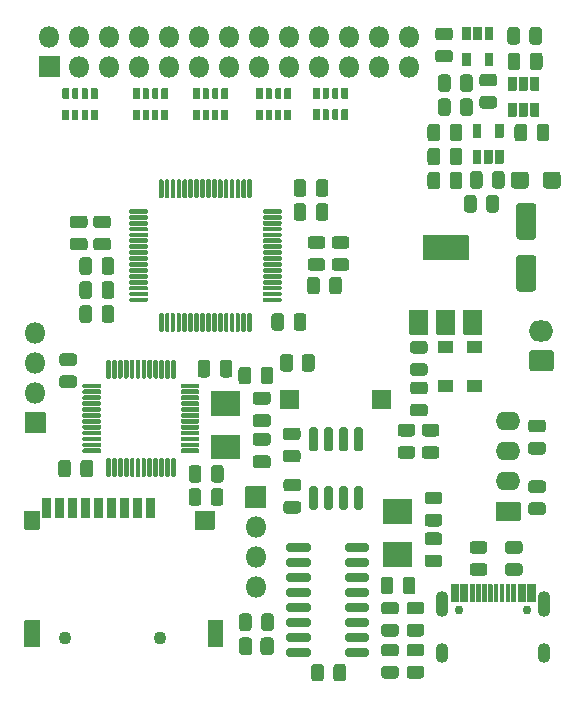
<source format=gbr>
%TF.GenerationSoftware,KiCad,Pcbnew,5.1.7-a382d34a8~88~ubuntu20.04.1*%
%TF.CreationDate,2021-01-11T19:53:58+01:00*%
%TF.ProjectId,BioElectricalSensor,42696f45-6c65-4637-9472-6963616c5365,rev?*%
%TF.SameCoordinates,Original*%
%TF.FileFunction,Soldermask,Top*%
%TF.FilePolarity,Negative*%
%FSLAX46Y46*%
G04 Gerber Fmt 4.6, Leading zero omitted, Abs format (unit mm)*
G04 Created by KiCad (PCBNEW 5.1.7-a382d34a8~88~ubuntu20.04.1) date 2021-01-11 19:53:58*
%MOMM*%
%LPD*%
G01*
G04 APERTURE LIST*
%ADD10C,1.100000*%
%ADD11O,2.100000X1.800000*%
%ADD12O,1.800000X1.800000*%
%ADD13O,1.100000X2.200000*%
%ADD14C,0.750000*%
%ADD15O,1.100000X1.700000*%
%ADD16O,2.100000X1.600000*%
G04 APERTURE END LIST*
%TO.C,C15*%
G36*
G01*
X103606425Y-45994080D02*
X104775175Y-45994080D01*
G75*
G02*
X105040800Y-46259705I0J-265625D01*
G01*
X105040800Y-48828455D01*
G75*
G02*
X104775175Y-49094080I-265625J0D01*
G01*
X103606425Y-49094080D01*
G75*
G02*
X103340800Y-48828455I0J265625D01*
G01*
X103340800Y-46259705D01*
G75*
G02*
X103606425Y-45994080I265625J0D01*
G01*
G37*
G36*
G01*
X103606425Y-41594080D02*
X104775175Y-41594080D01*
G75*
G02*
X105040800Y-41859705I0J-265625D01*
G01*
X105040800Y-44428455D01*
G75*
G02*
X104775175Y-44694080I-265625J0D01*
G01*
X103606425Y-44694080D01*
G75*
G02*
X103340800Y-44428455I0J265625D01*
G01*
X103340800Y-41859705D01*
G75*
G02*
X103606425Y-41594080I265625J0D01*
G01*
G37*
%TD*%
%TO.C,C25*%
G36*
G01*
X105073160Y-36109830D02*
X105073160Y-35147330D01*
G75*
G02*
X105341910Y-34878580I268750J0D01*
G01*
X105879410Y-34878580D01*
G75*
G02*
X106148160Y-35147330I0J-268750D01*
G01*
X106148160Y-36109830D01*
G75*
G02*
X105879410Y-36378580I-268750J0D01*
G01*
X105341910Y-36378580D01*
G75*
G02*
X105073160Y-36109830I0J268750D01*
G01*
G37*
G36*
G01*
X103198160Y-36109830D02*
X103198160Y-35147330D01*
G75*
G02*
X103466910Y-34878580I268750J0D01*
G01*
X104004410Y-34878580D01*
G75*
G02*
X104273160Y-35147330I0J-268750D01*
G01*
X104273160Y-36109830D01*
G75*
G02*
X104004410Y-36378580I-268750J0D01*
G01*
X103466910Y-36378580D01*
G75*
G02*
X103198160Y-36109830I0J268750D01*
G01*
G37*
%TD*%
%TO.C,C43*%
G36*
G01*
X104471660Y-27918330D02*
X104471660Y-26955830D01*
G75*
G02*
X104740410Y-26687080I268750J0D01*
G01*
X105277910Y-26687080D01*
G75*
G02*
X105546660Y-26955830I0J-268750D01*
G01*
X105546660Y-27918330D01*
G75*
G02*
X105277910Y-28187080I-268750J0D01*
G01*
X104740410Y-28187080D01*
G75*
G02*
X104471660Y-27918330I0J268750D01*
G01*
G37*
G36*
G01*
X102596660Y-27918330D02*
X102596660Y-26955830D01*
G75*
G02*
X102865410Y-26687080I268750J0D01*
G01*
X103402910Y-26687080D01*
G75*
G02*
X103671660Y-26955830I0J-268750D01*
G01*
X103671660Y-27918330D01*
G75*
G02*
X103402910Y-28187080I-268750J0D01*
G01*
X102865410Y-28187080D01*
G75*
G02*
X102596660Y-27918330I0J268750D01*
G01*
G37*
%TD*%
%TO.C,C24*%
G36*
G01*
X103701660Y-29114830D02*
X103701660Y-30077330D01*
G75*
G02*
X103432910Y-30346080I-268750J0D01*
G01*
X102895410Y-30346080D01*
G75*
G02*
X102626660Y-30077330I0J268750D01*
G01*
X102626660Y-29114830D01*
G75*
G02*
X102895410Y-28846080I268750J0D01*
G01*
X103432910Y-28846080D01*
G75*
G02*
X103701660Y-29114830I0J-268750D01*
G01*
G37*
G36*
G01*
X105576660Y-29114830D02*
X105576660Y-30077330D01*
G75*
G02*
X105307910Y-30346080I-268750J0D01*
G01*
X104770410Y-30346080D01*
G75*
G02*
X104501660Y-30077330I0J268750D01*
G01*
X104501660Y-29114830D01*
G75*
G02*
X104770410Y-28846080I268750J0D01*
G01*
X105307910Y-28846080D01*
G75*
G02*
X105576660Y-29114830I0J-268750D01*
G01*
G37*
%TD*%
%TO.C,U10*%
G36*
G01*
X103632160Y-33121080D02*
X104282160Y-33121080D01*
G75*
G02*
X104332160Y-33171080I0J-50000D01*
G01*
X104332160Y-34231080D01*
G75*
G02*
X104282160Y-34281080I-50000J0D01*
G01*
X103632160Y-34281080D01*
G75*
G02*
X103582160Y-34231080I0J50000D01*
G01*
X103582160Y-33171080D01*
G75*
G02*
X103632160Y-33121080I50000J0D01*
G01*
G37*
G36*
G01*
X104582160Y-33121080D02*
X105232160Y-33121080D01*
G75*
G02*
X105282160Y-33171080I0J-50000D01*
G01*
X105282160Y-34231080D01*
G75*
G02*
X105232160Y-34281080I-50000J0D01*
G01*
X104582160Y-34281080D01*
G75*
G02*
X104532160Y-34231080I0J50000D01*
G01*
X104532160Y-33171080D01*
G75*
G02*
X104582160Y-33121080I50000J0D01*
G01*
G37*
G36*
G01*
X102682160Y-33121080D02*
X103332160Y-33121080D01*
G75*
G02*
X103382160Y-33171080I0J-50000D01*
G01*
X103382160Y-34231080D01*
G75*
G02*
X103332160Y-34281080I-50000J0D01*
G01*
X102682160Y-34281080D01*
G75*
G02*
X102632160Y-34231080I0J50000D01*
G01*
X102632160Y-33171080D01*
G75*
G02*
X102682160Y-33121080I50000J0D01*
G01*
G37*
G36*
G01*
X102682160Y-30921080D02*
X103332160Y-30921080D01*
G75*
G02*
X103382160Y-30971080I0J-50000D01*
G01*
X103382160Y-32031080D01*
G75*
G02*
X103332160Y-32081080I-50000J0D01*
G01*
X102682160Y-32081080D01*
G75*
G02*
X102632160Y-32031080I0J50000D01*
G01*
X102632160Y-30971080D01*
G75*
G02*
X102682160Y-30921080I50000J0D01*
G01*
G37*
G36*
G01*
X103632160Y-30921080D02*
X104282160Y-30921080D01*
G75*
G02*
X104332160Y-30971080I0J-50000D01*
G01*
X104332160Y-32031080D01*
G75*
G02*
X104282160Y-32081080I-50000J0D01*
G01*
X103632160Y-32081080D01*
G75*
G02*
X103582160Y-32031080I0J50000D01*
G01*
X103582160Y-30971080D01*
G75*
G02*
X103632160Y-30921080I50000J0D01*
G01*
G37*
G36*
G01*
X104582160Y-30921080D02*
X105232160Y-30921080D01*
G75*
G02*
X105282160Y-30971080I0J-50000D01*
G01*
X105282160Y-32031080D01*
G75*
G02*
X105232160Y-32081080I-50000J0D01*
G01*
X104582160Y-32081080D01*
G75*
G02*
X104532160Y-32031080I0J50000D01*
G01*
X104532160Y-30971080D01*
G75*
G02*
X104582160Y-30921080I50000J0D01*
G01*
G37*
%TD*%
%TO.C,D4*%
G36*
G01*
X96755660Y-56589580D02*
X97955660Y-56589580D01*
G75*
G02*
X98005660Y-56639580I0J-50000D01*
G01*
X98005660Y-57539580D01*
G75*
G02*
X97955660Y-57589580I-50000J0D01*
G01*
X96755660Y-57589580D01*
G75*
G02*
X96705660Y-57539580I0J50000D01*
G01*
X96705660Y-56639580D01*
G75*
G02*
X96755660Y-56589580I50000J0D01*
G01*
G37*
G36*
G01*
X96755660Y-53289580D02*
X97955660Y-53289580D01*
G75*
G02*
X98005660Y-53339580I0J-50000D01*
G01*
X98005660Y-54239580D01*
G75*
G02*
X97955660Y-54289580I-50000J0D01*
G01*
X96755660Y-54289580D01*
G75*
G02*
X96705660Y-54239580I0J50000D01*
G01*
X96705660Y-53339580D01*
G75*
G02*
X96755660Y-53289580I50000J0D01*
G01*
G37*
%TD*%
%TO.C,Y2*%
G36*
G01*
X79950160Y-59602080D02*
X77550160Y-59602080D01*
G75*
G02*
X77500160Y-59552080I0J50000D01*
G01*
X77500160Y-57552080D01*
G75*
G02*
X77550160Y-57502080I50000J0D01*
G01*
X79950160Y-57502080D01*
G75*
G02*
X80000160Y-57552080I0J-50000D01*
G01*
X80000160Y-59552080D01*
G75*
G02*
X79950160Y-59602080I-50000J0D01*
G01*
G37*
G36*
G01*
X79950160Y-63302080D02*
X77550160Y-63302080D01*
G75*
G02*
X77500160Y-63252080I0J50000D01*
G01*
X77500160Y-61252080D01*
G75*
G02*
X77550160Y-61202080I50000J0D01*
G01*
X79950160Y-61202080D01*
G75*
G02*
X80000160Y-61252080I0J-50000D01*
G01*
X80000160Y-63252080D01*
G75*
G02*
X79950160Y-63302080I-50000J0D01*
G01*
G37*
%TD*%
D10*
%TO.C,J5*%
X65164160Y-78439080D03*
X73164160Y-78439080D03*
G36*
G01*
X63164160Y-68239080D02*
X63164160Y-66639080D01*
G75*
G02*
X63214160Y-66589080I50000J0D01*
G01*
X63914160Y-66589080D01*
G75*
G02*
X63964160Y-66639080I0J-50000D01*
G01*
X63964160Y-68239080D01*
G75*
G02*
X63914160Y-68289080I-50000J0D01*
G01*
X63214160Y-68289080D01*
G75*
G02*
X63164160Y-68239080I0J50000D01*
G01*
G37*
G36*
G01*
X77214160Y-79139080D02*
X77214160Y-76939080D01*
G75*
G02*
X77264160Y-76889080I50000J0D01*
G01*
X78464160Y-76889080D01*
G75*
G02*
X78514160Y-76939080I0J-50000D01*
G01*
X78514160Y-79139080D01*
G75*
G02*
X78464160Y-79189080I-50000J0D01*
G01*
X77264160Y-79189080D01*
G75*
G02*
X77214160Y-79139080I0J50000D01*
G01*
G37*
G36*
G01*
X61714160Y-79139080D02*
X61714160Y-76939080D01*
G75*
G02*
X61764160Y-76889080I50000J0D01*
G01*
X62964160Y-76889080D01*
G75*
G02*
X63014160Y-76939080I0J-50000D01*
G01*
X63014160Y-79139080D01*
G75*
G02*
X62964160Y-79189080I-50000J0D01*
G01*
X61764160Y-79189080D01*
G75*
G02*
X61714160Y-79139080I0J50000D01*
G01*
G37*
G36*
G01*
X61714160Y-69189080D02*
X61714160Y-67689080D01*
G75*
G02*
X61764160Y-67639080I50000J0D01*
G01*
X62964160Y-67639080D01*
G75*
G02*
X63014160Y-67689080I0J-50000D01*
G01*
X63014160Y-69189080D01*
G75*
G02*
X62964160Y-69239080I-50000J0D01*
G01*
X61764160Y-69239080D01*
G75*
G02*
X61714160Y-69189080I0J50000D01*
G01*
G37*
G36*
G01*
X77764160Y-69239080D02*
X76164160Y-69239080D01*
G75*
G02*
X76114160Y-69189080I0J50000D01*
G01*
X76114160Y-67689080D01*
G75*
G02*
X76164160Y-67639080I50000J0D01*
G01*
X77764160Y-67639080D01*
G75*
G02*
X77814160Y-67689080I0J-50000D01*
G01*
X77814160Y-69189080D01*
G75*
G02*
X77764160Y-69239080I-50000J0D01*
G01*
G37*
G36*
G01*
X64264160Y-68239080D02*
X64264160Y-66639080D01*
G75*
G02*
X64314160Y-66589080I50000J0D01*
G01*
X65014160Y-66589080D01*
G75*
G02*
X65064160Y-66639080I0J-50000D01*
G01*
X65064160Y-68239080D01*
G75*
G02*
X65014160Y-68289080I-50000J0D01*
G01*
X64314160Y-68289080D01*
G75*
G02*
X64264160Y-68239080I0J50000D01*
G01*
G37*
G36*
G01*
X65364160Y-68239080D02*
X65364160Y-66639080D01*
G75*
G02*
X65414160Y-66589080I50000J0D01*
G01*
X66114160Y-66589080D01*
G75*
G02*
X66164160Y-66639080I0J-50000D01*
G01*
X66164160Y-68239080D01*
G75*
G02*
X66114160Y-68289080I-50000J0D01*
G01*
X65414160Y-68289080D01*
G75*
G02*
X65364160Y-68239080I0J50000D01*
G01*
G37*
G36*
G01*
X66464160Y-68239080D02*
X66464160Y-66639080D01*
G75*
G02*
X66514160Y-66589080I50000J0D01*
G01*
X67214160Y-66589080D01*
G75*
G02*
X67264160Y-66639080I0J-50000D01*
G01*
X67264160Y-68239080D01*
G75*
G02*
X67214160Y-68289080I-50000J0D01*
G01*
X66514160Y-68289080D01*
G75*
G02*
X66464160Y-68239080I0J50000D01*
G01*
G37*
G36*
G01*
X67564160Y-68239080D02*
X67564160Y-66639080D01*
G75*
G02*
X67614160Y-66589080I50000J0D01*
G01*
X68314160Y-66589080D01*
G75*
G02*
X68364160Y-66639080I0J-50000D01*
G01*
X68364160Y-68239080D01*
G75*
G02*
X68314160Y-68289080I-50000J0D01*
G01*
X67614160Y-68289080D01*
G75*
G02*
X67564160Y-68239080I0J50000D01*
G01*
G37*
G36*
G01*
X68664160Y-68239080D02*
X68664160Y-66639080D01*
G75*
G02*
X68714160Y-66589080I50000J0D01*
G01*
X69414160Y-66589080D01*
G75*
G02*
X69464160Y-66639080I0J-50000D01*
G01*
X69464160Y-68239080D01*
G75*
G02*
X69414160Y-68289080I-50000J0D01*
G01*
X68714160Y-68289080D01*
G75*
G02*
X68664160Y-68239080I0J50000D01*
G01*
G37*
G36*
G01*
X69764160Y-68239080D02*
X69764160Y-66639080D01*
G75*
G02*
X69814160Y-66589080I50000J0D01*
G01*
X70514160Y-66589080D01*
G75*
G02*
X70564160Y-66639080I0J-50000D01*
G01*
X70564160Y-68239080D01*
G75*
G02*
X70514160Y-68289080I-50000J0D01*
G01*
X69814160Y-68289080D01*
G75*
G02*
X69764160Y-68239080I0J50000D01*
G01*
G37*
G36*
G01*
X70864160Y-68239080D02*
X70864160Y-66639080D01*
G75*
G02*
X70914160Y-66589080I50000J0D01*
G01*
X71614160Y-66589080D01*
G75*
G02*
X71664160Y-66639080I0J-50000D01*
G01*
X71664160Y-68239080D01*
G75*
G02*
X71614160Y-68289080I-50000J0D01*
G01*
X70914160Y-68289080D01*
G75*
G02*
X70864160Y-68239080I0J50000D01*
G01*
G37*
G36*
G01*
X71964160Y-68239080D02*
X71964160Y-66639080D01*
G75*
G02*
X72014160Y-66589080I50000J0D01*
G01*
X72714160Y-66589080D01*
G75*
G02*
X72764160Y-66639080I0J-50000D01*
G01*
X72764160Y-68239080D01*
G75*
G02*
X72714160Y-68289080I-50000J0D01*
G01*
X72014160Y-68289080D01*
G75*
G02*
X71964160Y-68239080I0J50000D01*
G01*
G37*
%TD*%
%TO.C,D9*%
G36*
G01*
X99232160Y-56589580D02*
X100432160Y-56589580D01*
G75*
G02*
X100482160Y-56639580I0J-50000D01*
G01*
X100482160Y-57539580D01*
G75*
G02*
X100432160Y-57589580I-50000J0D01*
G01*
X99232160Y-57589580D01*
G75*
G02*
X99182160Y-57539580I0J50000D01*
G01*
X99182160Y-56639580D01*
G75*
G02*
X99232160Y-56589580I50000J0D01*
G01*
G37*
G36*
G01*
X99232160Y-53289580D02*
X100432160Y-53289580D01*
G75*
G02*
X100482160Y-53339580I0J-50000D01*
G01*
X100482160Y-54239580D01*
G75*
G02*
X100432160Y-54289580I-50000J0D01*
G01*
X99232160Y-54289580D01*
G75*
G02*
X99182160Y-54239580I0J50000D01*
G01*
X99182160Y-53339580D01*
G75*
G02*
X99232160Y-53289580I50000J0D01*
G01*
G37*
%TD*%
%TO.C,C10*%
G36*
G01*
X81298160Y-59457580D02*
X82298160Y-59457580D01*
G75*
G02*
X82573160Y-59732580I0J-275000D01*
G01*
X82573160Y-60282580D01*
G75*
G02*
X82298160Y-60557580I-275000J0D01*
G01*
X81298160Y-60557580D01*
G75*
G02*
X81023160Y-60282580I0J275000D01*
G01*
X81023160Y-59732580D01*
G75*
G02*
X81298160Y-59457580I275000J0D01*
G01*
G37*
G36*
G01*
X81298160Y-57557580D02*
X82298160Y-57557580D01*
G75*
G02*
X82573160Y-57832580I0J-275000D01*
G01*
X82573160Y-58382580D01*
G75*
G02*
X82298160Y-58657580I-275000J0D01*
G01*
X81298160Y-58657580D01*
G75*
G02*
X81023160Y-58382580I0J275000D01*
G01*
X81023160Y-57832580D01*
G75*
G02*
X81298160Y-57557580I275000J0D01*
G01*
G37*
%TD*%
%TO.C,C8*%
G36*
G01*
X82298160Y-62150080D02*
X81298160Y-62150080D01*
G75*
G02*
X81023160Y-61875080I0J275000D01*
G01*
X81023160Y-61325080D01*
G75*
G02*
X81298160Y-61050080I275000J0D01*
G01*
X82298160Y-61050080D01*
G75*
G02*
X82573160Y-61325080I0J-275000D01*
G01*
X82573160Y-61875080D01*
G75*
G02*
X82298160Y-62150080I-275000J0D01*
G01*
G37*
G36*
G01*
X82298160Y-64050080D02*
X81298160Y-64050080D01*
G75*
G02*
X81023160Y-63775080I0J275000D01*
G01*
X81023160Y-63225080D01*
G75*
G02*
X81298160Y-62950080I275000J0D01*
G01*
X82298160Y-62950080D01*
G75*
G02*
X82573160Y-63225080I0J-275000D01*
G01*
X82573160Y-63775080D01*
G75*
G02*
X82298160Y-64050080I-275000J0D01*
G01*
G37*
%TD*%
D11*
%TO.C,BT1*%
X105483660Y-52432580D03*
G36*
G01*
X106268955Y-55832580D02*
X104698365Y-55832580D01*
G75*
G02*
X104433660Y-55567875I0J264705D01*
G01*
X104433660Y-54297285D01*
G75*
G02*
X104698365Y-54032580I264705J0D01*
G01*
X106268955Y-54032580D01*
G75*
G02*
X106533660Y-54297285I0J-264705D01*
G01*
X106533660Y-55567875D01*
G75*
G02*
X106268955Y-55832580I-264705J0D01*
G01*
G37*
%TD*%
%TO.C,C1*%
G36*
G01*
X87864660Y-81829830D02*
X87864660Y-80867330D01*
G75*
G02*
X88133410Y-80598580I268750J0D01*
G01*
X88670910Y-80598580D01*
G75*
G02*
X88939660Y-80867330I0J-268750D01*
G01*
X88939660Y-81829830D01*
G75*
G02*
X88670910Y-82098580I-268750J0D01*
G01*
X88133410Y-82098580D01*
G75*
G02*
X87864660Y-81829830I0J268750D01*
G01*
G37*
G36*
G01*
X85989660Y-81829830D02*
X85989660Y-80867330D01*
G75*
G02*
X86258410Y-80598580I268750J0D01*
G01*
X86795910Y-80598580D01*
G75*
G02*
X87064660Y-80867330I0J-268750D01*
G01*
X87064660Y-81829830D01*
G75*
G02*
X86795910Y-82098580I-268750J0D01*
G01*
X86258410Y-82098580D01*
G75*
G02*
X85989660Y-81829830I0J268750D01*
G01*
G37*
%TD*%
%TO.C,Y1*%
G36*
G01*
X94491660Y-68729080D02*
X92091660Y-68729080D01*
G75*
G02*
X92041660Y-68679080I0J50000D01*
G01*
X92041660Y-66679080D01*
G75*
G02*
X92091660Y-66629080I50000J0D01*
G01*
X94491660Y-66629080D01*
G75*
G02*
X94541660Y-66679080I0J-50000D01*
G01*
X94541660Y-68679080D01*
G75*
G02*
X94491660Y-68729080I-50000J0D01*
G01*
G37*
G36*
G01*
X94491660Y-72429080D02*
X92091660Y-72429080D01*
G75*
G02*
X92041660Y-72379080I0J50000D01*
G01*
X92041660Y-70379080D01*
G75*
G02*
X92091660Y-70329080I50000J0D01*
G01*
X94491660Y-70329080D01*
G75*
G02*
X94541660Y-70379080I0J-50000D01*
G01*
X94541660Y-72379080D01*
G75*
G02*
X94491660Y-72429080I-50000J0D01*
G01*
G37*
%TD*%
%TO.C,SW2*%
G36*
G01*
X84947660Y-57484580D02*
X84947660Y-58984580D01*
G75*
G02*
X84897660Y-59034580I-50000J0D01*
G01*
X83397660Y-59034580D01*
G75*
G02*
X83347660Y-58984580I0J50000D01*
G01*
X83347660Y-57484580D01*
G75*
G02*
X83397660Y-57434580I50000J0D01*
G01*
X84897660Y-57434580D01*
G75*
G02*
X84947660Y-57484580I0J-50000D01*
G01*
G37*
G36*
G01*
X92747660Y-57484580D02*
X92747660Y-58984580D01*
G75*
G02*
X92697660Y-59034580I-50000J0D01*
G01*
X91197660Y-59034580D01*
G75*
G02*
X91147660Y-58984580I0J50000D01*
G01*
X91147660Y-57484580D01*
G75*
G02*
X91197660Y-57434580I50000J0D01*
G01*
X92697660Y-57434580D01*
G75*
G02*
X92747660Y-57484580I0J-50000D01*
G01*
G37*
%TD*%
%TO.C,R13*%
G36*
G01*
X81693500Y-79596611D02*
X81693500Y-78645389D01*
G75*
G02*
X81967889Y-78371000I274389J0D01*
G01*
X82544111Y-78371000D01*
G75*
G02*
X82818500Y-78645389I0J-274389D01*
G01*
X82818500Y-79596611D01*
G75*
G02*
X82544111Y-79871000I-274389J0D01*
G01*
X81967889Y-79871000D01*
G75*
G02*
X81693500Y-79596611I0J274389D01*
G01*
G37*
G36*
G01*
X79868500Y-79596611D02*
X79868500Y-78645389D01*
G75*
G02*
X80142889Y-78371000I274389J0D01*
G01*
X80719111Y-78371000D01*
G75*
G02*
X80993500Y-78645389I0J-274389D01*
G01*
X80993500Y-79596611D01*
G75*
G02*
X80719111Y-79871000I-274389J0D01*
G01*
X80142889Y-79871000D01*
G75*
G02*
X79868500Y-79596611I0J274389D01*
G01*
G37*
%TD*%
%TO.C,R12*%
G36*
G01*
X85172660Y-55598691D02*
X85172660Y-54647469D01*
G75*
G02*
X85447049Y-54373080I274389J0D01*
G01*
X86023271Y-54373080D01*
G75*
G02*
X86297660Y-54647469I0J-274389D01*
G01*
X86297660Y-55598691D01*
G75*
G02*
X86023271Y-55873080I-274389J0D01*
G01*
X85447049Y-55873080D01*
G75*
G02*
X85172660Y-55598691I0J274389D01*
G01*
G37*
G36*
G01*
X83347660Y-55598691D02*
X83347660Y-54647469D01*
G75*
G02*
X83622049Y-54373080I274389J0D01*
G01*
X84198271Y-54373080D01*
G75*
G02*
X84472660Y-54647469I0J-274389D01*
G01*
X84472660Y-55598691D01*
G75*
G02*
X84198271Y-55873080I-274389J0D01*
G01*
X83622049Y-55873080D01*
G75*
G02*
X83347660Y-55598691I0J274389D01*
G01*
G37*
%TD*%
D12*
%TO.C,J2*%
X81290160Y-74109580D03*
X81290160Y-71569580D03*
X81290160Y-69029580D03*
G36*
G01*
X80390160Y-67339580D02*
X80390160Y-65639580D01*
G75*
G02*
X80440160Y-65589580I50000J0D01*
G01*
X82140160Y-65589580D01*
G75*
G02*
X82190160Y-65639580I0J-50000D01*
G01*
X82190160Y-67339580D01*
G75*
G02*
X82140160Y-67389580I-50000J0D01*
G01*
X80440160Y-67389580D01*
G75*
G02*
X80390160Y-67339580I0J50000D01*
G01*
G37*
%TD*%
%TO.C,D3*%
G36*
G01*
X80943500Y-76607750D02*
X80943500Y-77570250D01*
G75*
G02*
X80674750Y-77839000I-268750J0D01*
G01*
X80137250Y-77839000D01*
G75*
G02*
X79868500Y-77570250I0J268750D01*
G01*
X79868500Y-76607750D01*
G75*
G02*
X80137250Y-76339000I268750J0D01*
G01*
X80674750Y-76339000D01*
G75*
G02*
X80943500Y-76607750I0J-268750D01*
G01*
G37*
G36*
G01*
X82818500Y-76607750D02*
X82818500Y-77570250D01*
G75*
G02*
X82549750Y-77839000I-268750J0D01*
G01*
X82012250Y-77839000D01*
G75*
G02*
X81743500Y-77570250I0J268750D01*
G01*
X81743500Y-76607750D01*
G75*
G02*
X82012250Y-76339000I268750J0D01*
G01*
X82549750Y-76339000D01*
G75*
G02*
X82818500Y-76607750I0J-268750D01*
G01*
G37*
%TD*%
%TO.C,R5*%
G36*
G01*
X76684160Y-66008330D02*
X76684160Y-66970830D01*
G75*
G02*
X76415410Y-67239580I-268750J0D01*
G01*
X75877910Y-67239580D01*
G75*
G02*
X75609160Y-66970830I0J268750D01*
G01*
X75609160Y-66008330D01*
G75*
G02*
X75877910Y-65739580I268750J0D01*
G01*
X76415410Y-65739580D01*
G75*
G02*
X76684160Y-66008330I0J-268750D01*
G01*
G37*
G36*
G01*
X78559160Y-66008330D02*
X78559160Y-66970830D01*
G75*
G02*
X78290410Y-67239580I-268750J0D01*
G01*
X77752910Y-67239580D01*
G75*
G02*
X77484160Y-66970830I0J268750D01*
G01*
X77484160Y-66008330D01*
G75*
G02*
X77752910Y-65739580I268750J0D01*
G01*
X78290410Y-65739580D01*
G75*
G02*
X78559160Y-66008330I0J-268750D01*
G01*
G37*
%TD*%
%TO.C,C20*%
G36*
G01*
X104402320Y-39192917D02*
X104402320Y-40105883D01*
G75*
G02*
X104133803Y-40374400I-268517J0D01*
G01*
X103170837Y-40374400D01*
G75*
G02*
X102902320Y-40105883I0J268517D01*
G01*
X102902320Y-39192917D01*
G75*
G02*
X103170837Y-38924400I268517J0D01*
G01*
X104133803Y-38924400D01*
G75*
G02*
X104402320Y-39192917I0J-268517D01*
G01*
G37*
G36*
G01*
X107102320Y-39192917D02*
X107102320Y-40105883D01*
G75*
G02*
X106833803Y-40374400I-268517J0D01*
G01*
X105870837Y-40374400D01*
G75*
G02*
X105602320Y-40105883I0J268517D01*
G01*
X105602320Y-39192917D01*
G75*
G02*
X105870837Y-38924400I268517J0D01*
G01*
X106833803Y-38924400D01*
G75*
G02*
X107102320Y-39192917I0J-268517D01*
G01*
G37*
%TD*%
%TO.C,C17*%
G36*
G01*
X94621430Y-58586320D02*
X95583930Y-58586320D01*
G75*
G02*
X95852680Y-58855070I0J-268750D01*
G01*
X95852680Y-59392570D01*
G75*
G02*
X95583930Y-59661320I-268750J0D01*
G01*
X94621430Y-59661320D01*
G75*
G02*
X94352680Y-59392570I0J268750D01*
G01*
X94352680Y-58855070D01*
G75*
G02*
X94621430Y-58586320I268750J0D01*
G01*
G37*
G36*
G01*
X94621430Y-56711320D02*
X95583930Y-56711320D01*
G75*
G02*
X95852680Y-56980070I0J-268750D01*
G01*
X95852680Y-57517570D01*
G75*
G02*
X95583930Y-57786320I-268750J0D01*
G01*
X94621430Y-57786320D01*
G75*
G02*
X94352680Y-57517570I0J268750D01*
G01*
X94352680Y-56980070D01*
G75*
G02*
X94621430Y-56711320I268750J0D01*
G01*
G37*
%TD*%
%TO.C,C49*%
G36*
G01*
X104613790Y-61807040D02*
X105576290Y-61807040D01*
G75*
G02*
X105845040Y-62075790I0J-268750D01*
G01*
X105845040Y-62613290D01*
G75*
G02*
X105576290Y-62882040I-268750J0D01*
G01*
X104613790Y-62882040D01*
G75*
G02*
X104345040Y-62613290I0J268750D01*
G01*
X104345040Y-62075790D01*
G75*
G02*
X104613790Y-61807040I268750J0D01*
G01*
G37*
G36*
G01*
X104613790Y-59932040D02*
X105576290Y-59932040D01*
G75*
G02*
X105845040Y-60200790I0J-268750D01*
G01*
X105845040Y-60738290D01*
G75*
G02*
X105576290Y-61007040I-268750J0D01*
G01*
X104613790Y-61007040D01*
G75*
G02*
X104345040Y-60738290I0J268750D01*
G01*
X104345040Y-60200790D01*
G75*
G02*
X104613790Y-59932040I268750J0D01*
G01*
G37*
%TD*%
%TO.C,C48*%
G36*
G01*
X104629030Y-66932760D02*
X105591530Y-66932760D01*
G75*
G02*
X105860280Y-67201510I0J-268750D01*
G01*
X105860280Y-67739010D01*
G75*
G02*
X105591530Y-68007760I-268750J0D01*
G01*
X104629030Y-68007760D01*
G75*
G02*
X104360280Y-67739010I0J268750D01*
G01*
X104360280Y-67201510D01*
G75*
G02*
X104629030Y-66932760I268750J0D01*
G01*
G37*
G36*
G01*
X104629030Y-65057760D02*
X105591530Y-65057760D01*
G75*
G02*
X105860280Y-65326510I0J-268750D01*
G01*
X105860280Y-65864010D01*
G75*
G02*
X105591530Y-66132760I-268750J0D01*
G01*
X104629030Y-66132760D01*
G75*
G02*
X104360280Y-65864010I0J268750D01*
G01*
X104360280Y-65326510D01*
G75*
G02*
X104629030Y-65057760I268750J0D01*
G01*
G37*
%TD*%
%TO.C,R11*%
G36*
G01*
X103615410Y-71281580D02*
X102652910Y-71281580D01*
G75*
G02*
X102384160Y-71012830I0J268750D01*
G01*
X102384160Y-70475330D01*
G75*
G02*
X102652910Y-70206580I268750J0D01*
G01*
X103615410Y-70206580D01*
G75*
G02*
X103884160Y-70475330I0J-268750D01*
G01*
X103884160Y-71012830D01*
G75*
G02*
X103615410Y-71281580I-268750J0D01*
G01*
G37*
G36*
G01*
X103615410Y-73156580D02*
X102652910Y-73156580D01*
G75*
G02*
X102384160Y-72887830I0J268750D01*
G01*
X102384160Y-72350330D01*
G75*
G02*
X102652910Y-72081580I268750J0D01*
G01*
X103615410Y-72081580D01*
G75*
G02*
X103884160Y-72350330I0J-268750D01*
G01*
X103884160Y-72887830D01*
G75*
G02*
X103615410Y-73156580I-268750J0D01*
G01*
G37*
%TD*%
%TO.C,R10*%
G36*
G01*
X100630910Y-71281580D02*
X99668410Y-71281580D01*
G75*
G02*
X99399660Y-71012830I0J268750D01*
G01*
X99399660Y-70475330D01*
G75*
G02*
X99668410Y-70206580I268750J0D01*
G01*
X100630910Y-70206580D01*
G75*
G02*
X100899660Y-70475330I0J-268750D01*
G01*
X100899660Y-71012830D01*
G75*
G02*
X100630910Y-71281580I-268750J0D01*
G01*
G37*
G36*
G01*
X100630910Y-73156580D02*
X99668410Y-73156580D01*
G75*
G02*
X99399660Y-72887830I0J268750D01*
G01*
X99399660Y-72350330D01*
G75*
G02*
X99668410Y-72081580I268750J0D01*
G01*
X100630910Y-72081580D01*
G75*
G02*
X100899660Y-72350330I0J-268750D01*
G01*
X100899660Y-72887830D01*
G75*
G02*
X100630910Y-73156580I-268750J0D01*
G01*
G37*
%TD*%
%TO.C,P1*%
G36*
G01*
X104291660Y-75342580D02*
X104291660Y-73892580D01*
G75*
G02*
X104341660Y-73842580I50000J0D01*
G01*
X104941660Y-73842580D01*
G75*
G02*
X104991660Y-73892580I0J-50000D01*
G01*
X104991660Y-75342580D01*
G75*
G02*
X104941660Y-75392580I-50000J0D01*
G01*
X104341660Y-75392580D01*
G75*
G02*
X104291660Y-75342580I0J50000D01*
G01*
G37*
G36*
G01*
X103491660Y-75342580D02*
X103491660Y-73892580D01*
G75*
G02*
X103541660Y-73842580I50000J0D01*
G01*
X104141660Y-73842580D01*
G75*
G02*
X104191660Y-73892580I0J-50000D01*
G01*
X104191660Y-75342580D01*
G75*
G02*
X104141660Y-75392580I-50000J0D01*
G01*
X103541660Y-75392580D01*
G75*
G02*
X103491660Y-75342580I0J50000D01*
G01*
G37*
G36*
G01*
X98591660Y-75342580D02*
X98591660Y-73892580D01*
G75*
G02*
X98641660Y-73842580I50000J0D01*
G01*
X99241660Y-73842580D01*
G75*
G02*
X99291660Y-73892580I0J-50000D01*
G01*
X99291660Y-75342580D01*
G75*
G02*
X99241660Y-75392580I-50000J0D01*
G01*
X98641660Y-75392580D01*
G75*
G02*
X98591660Y-75342580I0J50000D01*
G01*
G37*
G36*
G01*
X97791660Y-75342580D02*
X97791660Y-73892580D01*
G75*
G02*
X97841660Y-73842580I50000J0D01*
G01*
X98441660Y-73842580D01*
G75*
G02*
X98491660Y-73892580I0J-50000D01*
G01*
X98491660Y-75342580D01*
G75*
G02*
X98441660Y-75392580I-50000J0D01*
G01*
X97841660Y-75392580D01*
G75*
G02*
X97791660Y-75342580I0J50000D01*
G01*
G37*
G36*
G01*
X97791660Y-75342580D02*
X97791660Y-73892580D01*
G75*
G02*
X97841660Y-73842580I50000J0D01*
G01*
X98441660Y-73842580D01*
G75*
G02*
X98491660Y-73892580I0J-50000D01*
G01*
X98491660Y-75342580D01*
G75*
G02*
X98441660Y-75392580I-50000J0D01*
G01*
X97841660Y-75392580D01*
G75*
G02*
X97791660Y-75342580I0J50000D01*
G01*
G37*
G36*
G01*
X98591660Y-75342580D02*
X98591660Y-73892580D01*
G75*
G02*
X98641660Y-73842580I50000J0D01*
G01*
X99241660Y-73842580D01*
G75*
G02*
X99291660Y-73892580I0J-50000D01*
G01*
X99291660Y-75342580D01*
G75*
G02*
X99241660Y-75392580I-50000J0D01*
G01*
X98641660Y-75392580D01*
G75*
G02*
X98591660Y-75342580I0J50000D01*
G01*
G37*
G36*
G01*
X103491660Y-75342580D02*
X103491660Y-73892580D01*
G75*
G02*
X103541660Y-73842580I50000J0D01*
G01*
X104141660Y-73842580D01*
G75*
G02*
X104191660Y-73892580I0J-50000D01*
G01*
X104191660Y-75342580D01*
G75*
G02*
X104141660Y-75392580I-50000J0D01*
G01*
X103541660Y-75392580D01*
G75*
G02*
X103491660Y-75342580I0J50000D01*
G01*
G37*
G36*
G01*
X104291660Y-75342580D02*
X104291660Y-73892580D01*
G75*
G02*
X104341660Y-73842580I50000J0D01*
G01*
X104941660Y-73842580D01*
G75*
G02*
X104991660Y-73892580I0J-50000D01*
G01*
X104991660Y-75342580D01*
G75*
G02*
X104941660Y-75392580I-50000J0D01*
G01*
X104341660Y-75392580D01*
G75*
G02*
X104291660Y-75342580I0J50000D01*
G01*
G37*
G36*
G01*
X99441660Y-75342580D02*
X99441660Y-73892580D01*
G75*
G02*
X99491660Y-73842580I50000J0D01*
G01*
X99791660Y-73842580D01*
G75*
G02*
X99841660Y-73892580I0J-50000D01*
G01*
X99841660Y-75342580D01*
G75*
G02*
X99791660Y-75392580I-50000J0D01*
G01*
X99491660Y-75392580D01*
G75*
G02*
X99441660Y-75342580I0J50000D01*
G01*
G37*
G36*
G01*
X99941660Y-75342580D02*
X99941660Y-73892580D01*
G75*
G02*
X99991660Y-73842580I50000J0D01*
G01*
X100291660Y-73842580D01*
G75*
G02*
X100341660Y-73892580I0J-50000D01*
G01*
X100341660Y-75342580D01*
G75*
G02*
X100291660Y-75392580I-50000J0D01*
G01*
X99991660Y-75392580D01*
G75*
G02*
X99941660Y-75342580I0J50000D01*
G01*
G37*
G36*
G01*
X100441660Y-75342580D02*
X100441660Y-73892580D01*
G75*
G02*
X100491660Y-73842580I50000J0D01*
G01*
X100791660Y-73842580D01*
G75*
G02*
X100841660Y-73892580I0J-50000D01*
G01*
X100841660Y-75342580D01*
G75*
G02*
X100791660Y-75392580I-50000J0D01*
G01*
X100491660Y-75392580D01*
G75*
G02*
X100441660Y-75342580I0J50000D01*
G01*
G37*
G36*
G01*
X101441660Y-75342580D02*
X101441660Y-73892580D01*
G75*
G02*
X101491660Y-73842580I50000J0D01*
G01*
X101791660Y-73842580D01*
G75*
G02*
X101841660Y-73892580I0J-50000D01*
G01*
X101841660Y-75342580D01*
G75*
G02*
X101791660Y-75392580I-50000J0D01*
G01*
X101491660Y-75392580D01*
G75*
G02*
X101441660Y-75342580I0J50000D01*
G01*
G37*
G36*
G01*
X101941660Y-75342580D02*
X101941660Y-73892580D01*
G75*
G02*
X101991660Y-73842580I50000J0D01*
G01*
X102291660Y-73842580D01*
G75*
G02*
X102341660Y-73892580I0J-50000D01*
G01*
X102341660Y-75342580D01*
G75*
G02*
X102291660Y-75392580I-50000J0D01*
G01*
X101991660Y-75392580D01*
G75*
G02*
X101941660Y-75342580I0J50000D01*
G01*
G37*
G36*
G01*
X102441660Y-75342580D02*
X102441660Y-73892580D01*
G75*
G02*
X102491660Y-73842580I50000J0D01*
G01*
X102791660Y-73842580D01*
G75*
G02*
X102841660Y-73892580I0J-50000D01*
G01*
X102841660Y-75342580D01*
G75*
G02*
X102791660Y-75392580I-50000J0D01*
G01*
X102491660Y-75392580D01*
G75*
G02*
X102441660Y-75342580I0J50000D01*
G01*
G37*
G36*
G01*
X102941660Y-75342580D02*
X102941660Y-73892580D01*
G75*
G02*
X102991660Y-73842580I50000J0D01*
G01*
X103291660Y-73842580D01*
G75*
G02*
X103341660Y-73892580I0J-50000D01*
G01*
X103341660Y-75342580D01*
G75*
G02*
X103291660Y-75392580I-50000J0D01*
G01*
X102991660Y-75392580D01*
G75*
G02*
X102941660Y-75342580I0J50000D01*
G01*
G37*
G36*
G01*
X100941660Y-75342580D02*
X100941660Y-73892580D01*
G75*
G02*
X100991660Y-73842580I50000J0D01*
G01*
X101291660Y-73842580D01*
G75*
G02*
X101341660Y-73892580I0J-50000D01*
G01*
X101341660Y-75342580D01*
G75*
G02*
X101291660Y-75392580I-50000J0D01*
G01*
X100991660Y-75392580D01*
G75*
G02*
X100941660Y-75342580I0J50000D01*
G01*
G37*
D13*
X105711660Y-75532580D03*
X97071660Y-75532580D03*
D14*
X98501660Y-76062580D03*
D15*
X97071660Y-79712580D03*
D14*
X104281660Y-76062580D03*
D15*
X105711660Y-79712580D03*
%TD*%
%TO.C,RN2*%
G36*
G01*
X81357660Y-33676580D02*
X81857660Y-33676580D01*
G75*
G02*
X81907660Y-33726580I0J-50000D01*
G01*
X81907660Y-34526580D01*
G75*
G02*
X81857660Y-34576580I-50000J0D01*
G01*
X81357660Y-34576580D01*
G75*
G02*
X81307660Y-34526580I0J50000D01*
G01*
X81307660Y-33726580D01*
G75*
G02*
X81357660Y-33676580I50000J0D01*
G01*
G37*
G36*
G01*
X82207660Y-33676580D02*
X82607660Y-33676580D01*
G75*
G02*
X82657660Y-33726580I0J-50000D01*
G01*
X82657660Y-34526580D01*
G75*
G02*
X82607660Y-34576580I-50000J0D01*
G01*
X82207660Y-34576580D01*
G75*
G02*
X82157660Y-34526580I0J50000D01*
G01*
X82157660Y-33726580D01*
G75*
G02*
X82207660Y-33676580I50000J0D01*
G01*
G37*
G36*
G01*
X83757660Y-33676580D02*
X84257660Y-33676580D01*
G75*
G02*
X84307660Y-33726580I0J-50000D01*
G01*
X84307660Y-34526580D01*
G75*
G02*
X84257660Y-34576580I-50000J0D01*
G01*
X83757660Y-34576580D01*
G75*
G02*
X83707660Y-34526580I0J50000D01*
G01*
X83707660Y-33726580D01*
G75*
G02*
X83757660Y-33676580I50000J0D01*
G01*
G37*
G36*
G01*
X83007660Y-33676580D02*
X83407660Y-33676580D01*
G75*
G02*
X83457660Y-33726580I0J-50000D01*
G01*
X83457660Y-34526580D01*
G75*
G02*
X83407660Y-34576580I-50000J0D01*
G01*
X83007660Y-34576580D01*
G75*
G02*
X82957660Y-34526580I0J50000D01*
G01*
X82957660Y-33726580D01*
G75*
G02*
X83007660Y-33676580I50000J0D01*
G01*
G37*
G36*
G01*
X81357660Y-31876580D02*
X81857660Y-31876580D01*
G75*
G02*
X81907660Y-31926580I0J-50000D01*
G01*
X81907660Y-32726580D01*
G75*
G02*
X81857660Y-32776580I-50000J0D01*
G01*
X81357660Y-32776580D01*
G75*
G02*
X81307660Y-32726580I0J50000D01*
G01*
X81307660Y-31926580D01*
G75*
G02*
X81357660Y-31876580I50000J0D01*
G01*
G37*
G36*
G01*
X83007660Y-31876580D02*
X83407660Y-31876580D01*
G75*
G02*
X83457660Y-31926580I0J-50000D01*
G01*
X83457660Y-32726580D01*
G75*
G02*
X83407660Y-32776580I-50000J0D01*
G01*
X83007660Y-32776580D01*
G75*
G02*
X82957660Y-32726580I0J50000D01*
G01*
X82957660Y-31926580D01*
G75*
G02*
X83007660Y-31876580I50000J0D01*
G01*
G37*
G36*
G01*
X82207660Y-31876580D02*
X82607660Y-31876580D01*
G75*
G02*
X82657660Y-31926580I0J-50000D01*
G01*
X82657660Y-32726580D01*
G75*
G02*
X82607660Y-32776580I-50000J0D01*
G01*
X82207660Y-32776580D01*
G75*
G02*
X82157660Y-32726580I0J50000D01*
G01*
X82157660Y-31926580D01*
G75*
G02*
X82207660Y-31876580I50000J0D01*
G01*
G37*
G36*
G01*
X83757660Y-31876580D02*
X84257660Y-31876580D01*
G75*
G02*
X84307660Y-31926580I0J-50000D01*
G01*
X84307660Y-32726580D01*
G75*
G02*
X84257660Y-32776580I-50000J0D01*
G01*
X83757660Y-32776580D01*
G75*
G02*
X83707660Y-32726580I0J50000D01*
G01*
X83707660Y-31926580D01*
G75*
G02*
X83757660Y-31876580I50000J0D01*
G01*
G37*
%TD*%
%TO.C,RN3*%
G36*
G01*
X76023660Y-33676580D02*
X76523660Y-33676580D01*
G75*
G02*
X76573660Y-33726580I0J-50000D01*
G01*
X76573660Y-34526580D01*
G75*
G02*
X76523660Y-34576580I-50000J0D01*
G01*
X76023660Y-34576580D01*
G75*
G02*
X75973660Y-34526580I0J50000D01*
G01*
X75973660Y-33726580D01*
G75*
G02*
X76023660Y-33676580I50000J0D01*
G01*
G37*
G36*
G01*
X76873660Y-33676580D02*
X77273660Y-33676580D01*
G75*
G02*
X77323660Y-33726580I0J-50000D01*
G01*
X77323660Y-34526580D01*
G75*
G02*
X77273660Y-34576580I-50000J0D01*
G01*
X76873660Y-34576580D01*
G75*
G02*
X76823660Y-34526580I0J50000D01*
G01*
X76823660Y-33726580D01*
G75*
G02*
X76873660Y-33676580I50000J0D01*
G01*
G37*
G36*
G01*
X78423660Y-33676580D02*
X78923660Y-33676580D01*
G75*
G02*
X78973660Y-33726580I0J-50000D01*
G01*
X78973660Y-34526580D01*
G75*
G02*
X78923660Y-34576580I-50000J0D01*
G01*
X78423660Y-34576580D01*
G75*
G02*
X78373660Y-34526580I0J50000D01*
G01*
X78373660Y-33726580D01*
G75*
G02*
X78423660Y-33676580I50000J0D01*
G01*
G37*
G36*
G01*
X77673660Y-33676580D02*
X78073660Y-33676580D01*
G75*
G02*
X78123660Y-33726580I0J-50000D01*
G01*
X78123660Y-34526580D01*
G75*
G02*
X78073660Y-34576580I-50000J0D01*
G01*
X77673660Y-34576580D01*
G75*
G02*
X77623660Y-34526580I0J50000D01*
G01*
X77623660Y-33726580D01*
G75*
G02*
X77673660Y-33676580I50000J0D01*
G01*
G37*
G36*
G01*
X76023660Y-31876580D02*
X76523660Y-31876580D01*
G75*
G02*
X76573660Y-31926580I0J-50000D01*
G01*
X76573660Y-32726580D01*
G75*
G02*
X76523660Y-32776580I-50000J0D01*
G01*
X76023660Y-32776580D01*
G75*
G02*
X75973660Y-32726580I0J50000D01*
G01*
X75973660Y-31926580D01*
G75*
G02*
X76023660Y-31876580I50000J0D01*
G01*
G37*
G36*
G01*
X77673660Y-31876580D02*
X78073660Y-31876580D01*
G75*
G02*
X78123660Y-31926580I0J-50000D01*
G01*
X78123660Y-32726580D01*
G75*
G02*
X78073660Y-32776580I-50000J0D01*
G01*
X77673660Y-32776580D01*
G75*
G02*
X77623660Y-32726580I0J50000D01*
G01*
X77623660Y-31926580D01*
G75*
G02*
X77673660Y-31876580I50000J0D01*
G01*
G37*
G36*
G01*
X76873660Y-31876580D02*
X77273660Y-31876580D01*
G75*
G02*
X77323660Y-31926580I0J-50000D01*
G01*
X77323660Y-32726580D01*
G75*
G02*
X77273660Y-32776580I-50000J0D01*
G01*
X76873660Y-32776580D01*
G75*
G02*
X76823660Y-32726580I0J50000D01*
G01*
X76823660Y-31926580D01*
G75*
G02*
X76873660Y-31876580I50000J0D01*
G01*
G37*
G36*
G01*
X78423660Y-31876580D02*
X78923660Y-31876580D01*
G75*
G02*
X78973660Y-31926580I0J-50000D01*
G01*
X78973660Y-32726580D01*
G75*
G02*
X78923660Y-32776580I-50000J0D01*
G01*
X78423660Y-32776580D01*
G75*
G02*
X78373660Y-32726580I0J50000D01*
G01*
X78373660Y-31926580D01*
G75*
G02*
X78423660Y-31876580I50000J0D01*
G01*
G37*
%TD*%
%TO.C,RN1*%
G36*
G01*
X86183660Y-33654580D02*
X86683660Y-33654580D01*
G75*
G02*
X86733660Y-33704580I0J-50000D01*
G01*
X86733660Y-34504580D01*
G75*
G02*
X86683660Y-34554580I-50000J0D01*
G01*
X86183660Y-34554580D01*
G75*
G02*
X86133660Y-34504580I0J50000D01*
G01*
X86133660Y-33704580D01*
G75*
G02*
X86183660Y-33654580I50000J0D01*
G01*
G37*
G36*
G01*
X87033660Y-33654580D02*
X87433660Y-33654580D01*
G75*
G02*
X87483660Y-33704580I0J-50000D01*
G01*
X87483660Y-34504580D01*
G75*
G02*
X87433660Y-34554580I-50000J0D01*
G01*
X87033660Y-34554580D01*
G75*
G02*
X86983660Y-34504580I0J50000D01*
G01*
X86983660Y-33704580D01*
G75*
G02*
X87033660Y-33654580I50000J0D01*
G01*
G37*
G36*
G01*
X88583660Y-33654580D02*
X89083660Y-33654580D01*
G75*
G02*
X89133660Y-33704580I0J-50000D01*
G01*
X89133660Y-34504580D01*
G75*
G02*
X89083660Y-34554580I-50000J0D01*
G01*
X88583660Y-34554580D01*
G75*
G02*
X88533660Y-34504580I0J50000D01*
G01*
X88533660Y-33704580D01*
G75*
G02*
X88583660Y-33654580I50000J0D01*
G01*
G37*
G36*
G01*
X87833660Y-33654580D02*
X88233660Y-33654580D01*
G75*
G02*
X88283660Y-33704580I0J-50000D01*
G01*
X88283660Y-34504580D01*
G75*
G02*
X88233660Y-34554580I-50000J0D01*
G01*
X87833660Y-34554580D01*
G75*
G02*
X87783660Y-34504580I0J50000D01*
G01*
X87783660Y-33704580D01*
G75*
G02*
X87833660Y-33654580I50000J0D01*
G01*
G37*
G36*
G01*
X86183660Y-31854580D02*
X86683660Y-31854580D01*
G75*
G02*
X86733660Y-31904580I0J-50000D01*
G01*
X86733660Y-32704580D01*
G75*
G02*
X86683660Y-32754580I-50000J0D01*
G01*
X86183660Y-32754580D01*
G75*
G02*
X86133660Y-32704580I0J50000D01*
G01*
X86133660Y-31904580D01*
G75*
G02*
X86183660Y-31854580I50000J0D01*
G01*
G37*
G36*
G01*
X87833660Y-31854580D02*
X88233660Y-31854580D01*
G75*
G02*
X88283660Y-31904580I0J-50000D01*
G01*
X88283660Y-32704580D01*
G75*
G02*
X88233660Y-32754580I-50000J0D01*
G01*
X87833660Y-32754580D01*
G75*
G02*
X87783660Y-32704580I0J50000D01*
G01*
X87783660Y-31904580D01*
G75*
G02*
X87833660Y-31854580I50000J0D01*
G01*
G37*
G36*
G01*
X87033660Y-31854580D02*
X87433660Y-31854580D01*
G75*
G02*
X87483660Y-31904580I0J-50000D01*
G01*
X87483660Y-32704580D01*
G75*
G02*
X87433660Y-32754580I-50000J0D01*
G01*
X87033660Y-32754580D01*
G75*
G02*
X86983660Y-32704580I0J50000D01*
G01*
X86983660Y-31904580D01*
G75*
G02*
X87033660Y-31854580I50000J0D01*
G01*
G37*
G36*
G01*
X88583660Y-31854580D02*
X89083660Y-31854580D01*
G75*
G02*
X89133660Y-31904580I0J-50000D01*
G01*
X89133660Y-32704580D01*
G75*
G02*
X89083660Y-32754580I-50000J0D01*
G01*
X88583660Y-32754580D01*
G75*
G02*
X88533660Y-32704580I0J50000D01*
G01*
X88533660Y-31904580D01*
G75*
G02*
X88583660Y-31854580I50000J0D01*
G01*
G37*
%TD*%
%TO.C,RN4*%
G36*
G01*
X70943660Y-33676580D02*
X71443660Y-33676580D01*
G75*
G02*
X71493660Y-33726580I0J-50000D01*
G01*
X71493660Y-34526580D01*
G75*
G02*
X71443660Y-34576580I-50000J0D01*
G01*
X70943660Y-34576580D01*
G75*
G02*
X70893660Y-34526580I0J50000D01*
G01*
X70893660Y-33726580D01*
G75*
G02*
X70943660Y-33676580I50000J0D01*
G01*
G37*
G36*
G01*
X71793660Y-33676580D02*
X72193660Y-33676580D01*
G75*
G02*
X72243660Y-33726580I0J-50000D01*
G01*
X72243660Y-34526580D01*
G75*
G02*
X72193660Y-34576580I-50000J0D01*
G01*
X71793660Y-34576580D01*
G75*
G02*
X71743660Y-34526580I0J50000D01*
G01*
X71743660Y-33726580D01*
G75*
G02*
X71793660Y-33676580I50000J0D01*
G01*
G37*
G36*
G01*
X73343660Y-33676580D02*
X73843660Y-33676580D01*
G75*
G02*
X73893660Y-33726580I0J-50000D01*
G01*
X73893660Y-34526580D01*
G75*
G02*
X73843660Y-34576580I-50000J0D01*
G01*
X73343660Y-34576580D01*
G75*
G02*
X73293660Y-34526580I0J50000D01*
G01*
X73293660Y-33726580D01*
G75*
G02*
X73343660Y-33676580I50000J0D01*
G01*
G37*
G36*
G01*
X72593660Y-33676580D02*
X72993660Y-33676580D01*
G75*
G02*
X73043660Y-33726580I0J-50000D01*
G01*
X73043660Y-34526580D01*
G75*
G02*
X72993660Y-34576580I-50000J0D01*
G01*
X72593660Y-34576580D01*
G75*
G02*
X72543660Y-34526580I0J50000D01*
G01*
X72543660Y-33726580D01*
G75*
G02*
X72593660Y-33676580I50000J0D01*
G01*
G37*
G36*
G01*
X70943660Y-31876580D02*
X71443660Y-31876580D01*
G75*
G02*
X71493660Y-31926580I0J-50000D01*
G01*
X71493660Y-32726580D01*
G75*
G02*
X71443660Y-32776580I-50000J0D01*
G01*
X70943660Y-32776580D01*
G75*
G02*
X70893660Y-32726580I0J50000D01*
G01*
X70893660Y-31926580D01*
G75*
G02*
X70943660Y-31876580I50000J0D01*
G01*
G37*
G36*
G01*
X72593660Y-31876580D02*
X72993660Y-31876580D01*
G75*
G02*
X73043660Y-31926580I0J-50000D01*
G01*
X73043660Y-32726580D01*
G75*
G02*
X72993660Y-32776580I-50000J0D01*
G01*
X72593660Y-32776580D01*
G75*
G02*
X72543660Y-32726580I0J50000D01*
G01*
X72543660Y-31926580D01*
G75*
G02*
X72593660Y-31876580I50000J0D01*
G01*
G37*
G36*
G01*
X71793660Y-31876580D02*
X72193660Y-31876580D01*
G75*
G02*
X72243660Y-31926580I0J-50000D01*
G01*
X72243660Y-32726580D01*
G75*
G02*
X72193660Y-32776580I-50000J0D01*
G01*
X71793660Y-32776580D01*
G75*
G02*
X71743660Y-32726580I0J50000D01*
G01*
X71743660Y-31926580D01*
G75*
G02*
X71793660Y-31876580I50000J0D01*
G01*
G37*
G36*
G01*
X73343660Y-31876580D02*
X73843660Y-31876580D01*
G75*
G02*
X73893660Y-31926580I0J-50000D01*
G01*
X73893660Y-32726580D01*
G75*
G02*
X73843660Y-32776580I-50000J0D01*
G01*
X73343660Y-32776580D01*
G75*
G02*
X73293660Y-32726580I0J50000D01*
G01*
X73293660Y-31926580D01*
G75*
G02*
X73343660Y-31876580I50000J0D01*
G01*
G37*
%TD*%
%TO.C,RN5*%
G36*
G01*
X64974660Y-33676580D02*
X65474660Y-33676580D01*
G75*
G02*
X65524660Y-33726580I0J-50000D01*
G01*
X65524660Y-34526580D01*
G75*
G02*
X65474660Y-34576580I-50000J0D01*
G01*
X64974660Y-34576580D01*
G75*
G02*
X64924660Y-34526580I0J50000D01*
G01*
X64924660Y-33726580D01*
G75*
G02*
X64974660Y-33676580I50000J0D01*
G01*
G37*
G36*
G01*
X65824660Y-33676580D02*
X66224660Y-33676580D01*
G75*
G02*
X66274660Y-33726580I0J-50000D01*
G01*
X66274660Y-34526580D01*
G75*
G02*
X66224660Y-34576580I-50000J0D01*
G01*
X65824660Y-34576580D01*
G75*
G02*
X65774660Y-34526580I0J50000D01*
G01*
X65774660Y-33726580D01*
G75*
G02*
X65824660Y-33676580I50000J0D01*
G01*
G37*
G36*
G01*
X67374660Y-33676580D02*
X67874660Y-33676580D01*
G75*
G02*
X67924660Y-33726580I0J-50000D01*
G01*
X67924660Y-34526580D01*
G75*
G02*
X67874660Y-34576580I-50000J0D01*
G01*
X67374660Y-34576580D01*
G75*
G02*
X67324660Y-34526580I0J50000D01*
G01*
X67324660Y-33726580D01*
G75*
G02*
X67374660Y-33676580I50000J0D01*
G01*
G37*
G36*
G01*
X66624660Y-33676580D02*
X67024660Y-33676580D01*
G75*
G02*
X67074660Y-33726580I0J-50000D01*
G01*
X67074660Y-34526580D01*
G75*
G02*
X67024660Y-34576580I-50000J0D01*
G01*
X66624660Y-34576580D01*
G75*
G02*
X66574660Y-34526580I0J50000D01*
G01*
X66574660Y-33726580D01*
G75*
G02*
X66624660Y-33676580I50000J0D01*
G01*
G37*
G36*
G01*
X64974660Y-31876580D02*
X65474660Y-31876580D01*
G75*
G02*
X65524660Y-31926580I0J-50000D01*
G01*
X65524660Y-32726580D01*
G75*
G02*
X65474660Y-32776580I-50000J0D01*
G01*
X64974660Y-32776580D01*
G75*
G02*
X64924660Y-32726580I0J50000D01*
G01*
X64924660Y-31926580D01*
G75*
G02*
X64974660Y-31876580I50000J0D01*
G01*
G37*
G36*
G01*
X66624660Y-31876580D02*
X67024660Y-31876580D01*
G75*
G02*
X67074660Y-31926580I0J-50000D01*
G01*
X67074660Y-32726580D01*
G75*
G02*
X67024660Y-32776580I-50000J0D01*
G01*
X66624660Y-32776580D01*
G75*
G02*
X66574660Y-32726580I0J50000D01*
G01*
X66574660Y-31926580D01*
G75*
G02*
X66624660Y-31876580I50000J0D01*
G01*
G37*
G36*
G01*
X65824660Y-31876580D02*
X66224660Y-31876580D01*
G75*
G02*
X66274660Y-31926580I0J-50000D01*
G01*
X66274660Y-32726580D01*
G75*
G02*
X66224660Y-32776580I-50000J0D01*
G01*
X65824660Y-32776580D01*
G75*
G02*
X65774660Y-32726580I0J50000D01*
G01*
X65774660Y-31926580D01*
G75*
G02*
X65824660Y-31876580I50000J0D01*
G01*
G37*
G36*
G01*
X67374660Y-31876580D02*
X67874660Y-31876580D01*
G75*
G02*
X67924660Y-31926580I0J-50000D01*
G01*
X67924660Y-32726580D01*
G75*
G02*
X67874660Y-32776580I-50000J0D01*
G01*
X67374660Y-32776580D01*
G75*
G02*
X67324660Y-32726580I0J50000D01*
G01*
X67324660Y-31926580D01*
G75*
G02*
X67374660Y-31876580I50000J0D01*
G01*
G37*
%TD*%
%TO.C,C39*%
G36*
G01*
X67443160Y-48482330D02*
X67443160Y-49444830D01*
G75*
G02*
X67174410Y-49713580I-268750J0D01*
G01*
X66636910Y-49713580D01*
G75*
G02*
X66368160Y-49444830I0J268750D01*
G01*
X66368160Y-48482330D01*
G75*
G02*
X66636910Y-48213580I268750J0D01*
G01*
X67174410Y-48213580D01*
G75*
G02*
X67443160Y-48482330I0J-268750D01*
G01*
G37*
G36*
G01*
X69318160Y-48482330D02*
X69318160Y-49444830D01*
G75*
G02*
X69049410Y-49713580I-268750J0D01*
G01*
X68511910Y-49713580D01*
G75*
G02*
X68243160Y-49444830I0J268750D01*
G01*
X68243160Y-48482330D01*
G75*
G02*
X68511910Y-48213580I268750J0D01*
G01*
X69049410Y-48213580D01*
G75*
G02*
X69318160Y-48482330I0J-268750D01*
G01*
G37*
%TD*%
%TO.C,U15*%
G36*
G01*
X100713660Y-28866580D02*
X101363660Y-28866580D01*
G75*
G02*
X101413660Y-28916580I0J-50000D01*
G01*
X101413660Y-29976580D01*
G75*
G02*
X101363660Y-30026580I-50000J0D01*
G01*
X100713660Y-30026580D01*
G75*
G02*
X100663660Y-29976580I0J50000D01*
G01*
X100663660Y-28916580D01*
G75*
G02*
X100713660Y-28866580I50000J0D01*
G01*
G37*
G36*
G01*
X98813660Y-28866580D02*
X99463660Y-28866580D01*
G75*
G02*
X99513660Y-28916580I0J-50000D01*
G01*
X99513660Y-29976580D01*
G75*
G02*
X99463660Y-30026580I-50000J0D01*
G01*
X98813660Y-30026580D01*
G75*
G02*
X98763660Y-29976580I0J50000D01*
G01*
X98763660Y-28916580D01*
G75*
G02*
X98813660Y-28866580I50000J0D01*
G01*
G37*
G36*
G01*
X98813660Y-26666580D02*
X99463660Y-26666580D01*
G75*
G02*
X99513660Y-26716580I0J-50000D01*
G01*
X99513660Y-27776580D01*
G75*
G02*
X99463660Y-27826580I-50000J0D01*
G01*
X98813660Y-27826580D01*
G75*
G02*
X98763660Y-27776580I0J50000D01*
G01*
X98763660Y-26716580D01*
G75*
G02*
X98813660Y-26666580I50000J0D01*
G01*
G37*
G36*
G01*
X99763660Y-26666580D02*
X100413660Y-26666580D01*
G75*
G02*
X100463660Y-26716580I0J-50000D01*
G01*
X100463660Y-27776580D01*
G75*
G02*
X100413660Y-27826580I-50000J0D01*
G01*
X99763660Y-27826580D01*
G75*
G02*
X99713660Y-27776580I0J50000D01*
G01*
X99713660Y-26716580D01*
G75*
G02*
X99763660Y-26666580I50000J0D01*
G01*
G37*
G36*
G01*
X100713660Y-26666580D02*
X101363660Y-26666580D01*
G75*
G02*
X101413660Y-26716580I0J-50000D01*
G01*
X101413660Y-27776580D01*
G75*
G02*
X101363660Y-27826580I-50000J0D01*
G01*
X100713660Y-27826580D01*
G75*
G02*
X100663660Y-27776580I0J50000D01*
G01*
X100663660Y-26716580D01*
G75*
G02*
X100713660Y-26666580I50000J0D01*
G01*
G37*
%TD*%
%TO.C,U11*%
G36*
G01*
X100350160Y-36061080D02*
X99700160Y-36061080D01*
G75*
G02*
X99650160Y-36011080I0J50000D01*
G01*
X99650160Y-34951080D01*
G75*
G02*
X99700160Y-34901080I50000J0D01*
G01*
X100350160Y-34901080D01*
G75*
G02*
X100400160Y-34951080I0J-50000D01*
G01*
X100400160Y-36011080D01*
G75*
G02*
X100350160Y-36061080I-50000J0D01*
G01*
G37*
G36*
G01*
X102250160Y-36061080D02*
X101600160Y-36061080D01*
G75*
G02*
X101550160Y-36011080I0J50000D01*
G01*
X101550160Y-34951080D01*
G75*
G02*
X101600160Y-34901080I50000J0D01*
G01*
X102250160Y-34901080D01*
G75*
G02*
X102300160Y-34951080I0J-50000D01*
G01*
X102300160Y-36011080D01*
G75*
G02*
X102250160Y-36061080I-50000J0D01*
G01*
G37*
G36*
G01*
X102250160Y-38261080D02*
X101600160Y-38261080D01*
G75*
G02*
X101550160Y-38211080I0J50000D01*
G01*
X101550160Y-37151080D01*
G75*
G02*
X101600160Y-37101080I50000J0D01*
G01*
X102250160Y-37101080D01*
G75*
G02*
X102300160Y-37151080I0J-50000D01*
G01*
X102300160Y-38211080D01*
G75*
G02*
X102250160Y-38261080I-50000J0D01*
G01*
G37*
G36*
G01*
X101300160Y-38261080D02*
X100650160Y-38261080D01*
G75*
G02*
X100600160Y-38211080I0J50000D01*
G01*
X100600160Y-37151080D01*
G75*
G02*
X100650160Y-37101080I50000J0D01*
G01*
X101300160Y-37101080D01*
G75*
G02*
X101350160Y-37151080I0J-50000D01*
G01*
X101350160Y-38211080D01*
G75*
G02*
X101300160Y-38261080I-50000J0D01*
G01*
G37*
G36*
G01*
X100350160Y-38261080D02*
X99700160Y-38261080D01*
G75*
G02*
X99650160Y-38211080I0J50000D01*
G01*
X99650160Y-37151080D01*
G75*
G02*
X99700160Y-37101080I50000J0D01*
G01*
X100350160Y-37101080D01*
G75*
G02*
X100400160Y-37151080I0J-50000D01*
G01*
X100400160Y-38211080D01*
G75*
G02*
X100350160Y-38261080I-50000J0D01*
G01*
G37*
%TD*%
%TO.C,U8*%
G36*
G01*
X82010660Y-42092580D02*
X83385660Y-42092580D01*
G75*
G02*
X83485660Y-42192580I0J-100000D01*
G01*
X83485660Y-42392580D01*
G75*
G02*
X83385660Y-42492580I-100000J0D01*
G01*
X82010660Y-42492580D01*
G75*
G02*
X81910660Y-42392580I0J100000D01*
G01*
X81910660Y-42192580D01*
G75*
G02*
X82010660Y-42092580I100000J0D01*
G01*
G37*
G36*
G01*
X82010660Y-42592580D02*
X83385660Y-42592580D01*
G75*
G02*
X83485660Y-42692580I0J-100000D01*
G01*
X83485660Y-42892580D01*
G75*
G02*
X83385660Y-42992580I-100000J0D01*
G01*
X82010660Y-42992580D01*
G75*
G02*
X81910660Y-42892580I0J100000D01*
G01*
X81910660Y-42692580D01*
G75*
G02*
X82010660Y-42592580I100000J0D01*
G01*
G37*
G36*
G01*
X82010660Y-43092580D02*
X83385660Y-43092580D01*
G75*
G02*
X83485660Y-43192580I0J-100000D01*
G01*
X83485660Y-43392580D01*
G75*
G02*
X83385660Y-43492580I-100000J0D01*
G01*
X82010660Y-43492580D01*
G75*
G02*
X81910660Y-43392580I0J100000D01*
G01*
X81910660Y-43192580D01*
G75*
G02*
X82010660Y-43092580I100000J0D01*
G01*
G37*
G36*
G01*
X82010660Y-43592580D02*
X83385660Y-43592580D01*
G75*
G02*
X83485660Y-43692580I0J-100000D01*
G01*
X83485660Y-43892580D01*
G75*
G02*
X83385660Y-43992580I-100000J0D01*
G01*
X82010660Y-43992580D01*
G75*
G02*
X81910660Y-43892580I0J100000D01*
G01*
X81910660Y-43692580D01*
G75*
G02*
X82010660Y-43592580I100000J0D01*
G01*
G37*
G36*
G01*
X82010660Y-44092580D02*
X83385660Y-44092580D01*
G75*
G02*
X83485660Y-44192580I0J-100000D01*
G01*
X83485660Y-44392580D01*
G75*
G02*
X83385660Y-44492580I-100000J0D01*
G01*
X82010660Y-44492580D01*
G75*
G02*
X81910660Y-44392580I0J100000D01*
G01*
X81910660Y-44192580D01*
G75*
G02*
X82010660Y-44092580I100000J0D01*
G01*
G37*
G36*
G01*
X82010660Y-44592580D02*
X83385660Y-44592580D01*
G75*
G02*
X83485660Y-44692580I0J-100000D01*
G01*
X83485660Y-44892580D01*
G75*
G02*
X83385660Y-44992580I-100000J0D01*
G01*
X82010660Y-44992580D01*
G75*
G02*
X81910660Y-44892580I0J100000D01*
G01*
X81910660Y-44692580D01*
G75*
G02*
X82010660Y-44592580I100000J0D01*
G01*
G37*
G36*
G01*
X82010660Y-45092580D02*
X83385660Y-45092580D01*
G75*
G02*
X83485660Y-45192580I0J-100000D01*
G01*
X83485660Y-45392580D01*
G75*
G02*
X83385660Y-45492580I-100000J0D01*
G01*
X82010660Y-45492580D01*
G75*
G02*
X81910660Y-45392580I0J100000D01*
G01*
X81910660Y-45192580D01*
G75*
G02*
X82010660Y-45092580I100000J0D01*
G01*
G37*
G36*
G01*
X82010660Y-45592580D02*
X83385660Y-45592580D01*
G75*
G02*
X83485660Y-45692580I0J-100000D01*
G01*
X83485660Y-45892580D01*
G75*
G02*
X83385660Y-45992580I-100000J0D01*
G01*
X82010660Y-45992580D01*
G75*
G02*
X81910660Y-45892580I0J100000D01*
G01*
X81910660Y-45692580D01*
G75*
G02*
X82010660Y-45592580I100000J0D01*
G01*
G37*
G36*
G01*
X82010660Y-46092580D02*
X83385660Y-46092580D01*
G75*
G02*
X83485660Y-46192580I0J-100000D01*
G01*
X83485660Y-46392580D01*
G75*
G02*
X83385660Y-46492580I-100000J0D01*
G01*
X82010660Y-46492580D01*
G75*
G02*
X81910660Y-46392580I0J100000D01*
G01*
X81910660Y-46192580D01*
G75*
G02*
X82010660Y-46092580I100000J0D01*
G01*
G37*
G36*
G01*
X82010660Y-46592580D02*
X83385660Y-46592580D01*
G75*
G02*
X83485660Y-46692580I0J-100000D01*
G01*
X83485660Y-46892580D01*
G75*
G02*
X83385660Y-46992580I-100000J0D01*
G01*
X82010660Y-46992580D01*
G75*
G02*
X81910660Y-46892580I0J100000D01*
G01*
X81910660Y-46692580D01*
G75*
G02*
X82010660Y-46592580I100000J0D01*
G01*
G37*
G36*
G01*
X82010660Y-47092580D02*
X83385660Y-47092580D01*
G75*
G02*
X83485660Y-47192580I0J-100000D01*
G01*
X83485660Y-47392580D01*
G75*
G02*
X83385660Y-47492580I-100000J0D01*
G01*
X82010660Y-47492580D01*
G75*
G02*
X81910660Y-47392580I0J100000D01*
G01*
X81910660Y-47192580D01*
G75*
G02*
X82010660Y-47092580I100000J0D01*
G01*
G37*
G36*
G01*
X82010660Y-47592580D02*
X83385660Y-47592580D01*
G75*
G02*
X83485660Y-47692580I0J-100000D01*
G01*
X83485660Y-47892580D01*
G75*
G02*
X83385660Y-47992580I-100000J0D01*
G01*
X82010660Y-47992580D01*
G75*
G02*
X81910660Y-47892580I0J100000D01*
G01*
X81910660Y-47692580D01*
G75*
G02*
X82010660Y-47592580I100000J0D01*
G01*
G37*
G36*
G01*
X82010660Y-48092580D02*
X83385660Y-48092580D01*
G75*
G02*
X83485660Y-48192580I0J-100000D01*
G01*
X83485660Y-48392580D01*
G75*
G02*
X83385660Y-48492580I-100000J0D01*
G01*
X82010660Y-48492580D01*
G75*
G02*
X81910660Y-48392580I0J100000D01*
G01*
X81910660Y-48192580D01*
G75*
G02*
X82010660Y-48092580I100000J0D01*
G01*
G37*
G36*
G01*
X82010660Y-48592580D02*
X83385660Y-48592580D01*
G75*
G02*
X83485660Y-48692580I0J-100000D01*
G01*
X83485660Y-48892580D01*
G75*
G02*
X83385660Y-48992580I-100000J0D01*
G01*
X82010660Y-48992580D01*
G75*
G02*
X81910660Y-48892580I0J100000D01*
G01*
X81910660Y-48692580D01*
G75*
G02*
X82010660Y-48592580I100000J0D01*
G01*
G37*
G36*
G01*
X82010660Y-49092580D02*
X83385660Y-49092580D01*
G75*
G02*
X83485660Y-49192580I0J-100000D01*
G01*
X83485660Y-49392580D01*
G75*
G02*
X83385660Y-49492580I-100000J0D01*
G01*
X82010660Y-49492580D01*
G75*
G02*
X81910660Y-49392580I0J100000D01*
G01*
X81910660Y-49192580D01*
G75*
G02*
X82010660Y-49092580I100000J0D01*
G01*
G37*
G36*
G01*
X82010660Y-49592580D02*
X83385660Y-49592580D01*
G75*
G02*
X83485660Y-49692580I0J-100000D01*
G01*
X83485660Y-49892580D01*
G75*
G02*
X83385660Y-49992580I-100000J0D01*
G01*
X82010660Y-49992580D01*
G75*
G02*
X81910660Y-49892580I0J100000D01*
G01*
X81910660Y-49692580D01*
G75*
G02*
X82010660Y-49592580I100000J0D01*
G01*
G37*
G36*
G01*
X80685660Y-50917580D02*
X80885660Y-50917580D01*
G75*
G02*
X80985660Y-51017580I0J-100000D01*
G01*
X80985660Y-52392580D01*
G75*
G02*
X80885660Y-52492580I-100000J0D01*
G01*
X80685660Y-52492580D01*
G75*
G02*
X80585660Y-52392580I0J100000D01*
G01*
X80585660Y-51017580D01*
G75*
G02*
X80685660Y-50917580I100000J0D01*
G01*
G37*
G36*
G01*
X80185660Y-50917580D02*
X80385660Y-50917580D01*
G75*
G02*
X80485660Y-51017580I0J-100000D01*
G01*
X80485660Y-52392580D01*
G75*
G02*
X80385660Y-52492580I-100000J0D01*
G01*
X80185660Y-52492580D01*
G75*
G02*
X80085660Y-52392580I0J100000D01*
G01*
X80085660Y-51017580D01*
G75*
G02*
X80185660Y-50917580I100000J0D01*
G01*
G37*
G36*
G01*
X79685660Y-50917580D02*
X79885660Y-50917580D01*
G75*
G02*
X79985660Y-51017580I0J-100000D01*
G01*
X79985660Y-52392580D01*
G75*
G02*
X79885660Y-52492580I-100000J0D01*
G01*
X79685660Y-52492580D01*
G75*
G02*
X79585660Y-52392580I0J100000D01*
G01*
X79585660Y-51017580D01*
G75*
G02*
X79685660Y-50917580I100000J0D01*
G01*
G37*
G36*
G01*
X79185660Y-50917580D02*
X79385660Y-50917580D01*
G75*
G02*
X79485660Y-51017580I0J-100000D01*
G01*
X79485660Y-52392580D01*
G75*
G02*
X79385660Y-52492580I-100000J0D01*
G01*
X79185660Y-52492580D01*
G75*
G02*
X79085660Y-52392580I0J100000D01*
G01*
X79085660Y-51017580D01*
G75*
G02*
X79185660Y-50917580I100000J0D01*
G01*
G37*
G36*
G01*
X78685660Y-50917580D02*
X78885660Y-50917580D01*
G75*
G02*
X78985660Y-51017580I0J-100000D01*
G01*
X78985660Y-52392580D01*
G75*
G02*
X78885660Y-52492580I-100000J0D01*
G01*
X78685660Y-52492580D01*
G75*
G02*
X78585660Y-52392580I0J100000D01*
G01*
X78585660Y-51017580D01*
G75*
G02*
X78685660Y-50917580I100000J0D01*
G01*
G37*
G36*
G01*
X78185660Y-50917580D02*
X78385660Y-50917580D01*
G75*
G02*
X78485660Y-51017580I0J-100000D01*
G01*
X78485660Y-52392580D01*
G75*
G02*
X78385660Y-52492580I-100000J0D01*
G01*
X78185660Y-52492580D01*
G75*
G02*
X78085660Y-52392580I0J100000D01*
G01*
X78085660Y-51017580D01*
G75*
G02*
X78185660Y-50917580I100000J0D01*
G01*
G37*
G36*
G01*
X77685660Y-50917580D02*
X77885660Y-50917580D01*
G75*
G02*
X77985660Y-51017580I0J-100000D01*
G01*
X77985660Y-52392580D01*
G75*
G02*
X77885660Y-52492580I-100000J0D01*
G01*
X77685660Y-52492580D01*
G75*
G02*
X77585660Y-52392580I0J100000D01*
G01*
X77585660Y-51017580D01*
G75*
G02*
X77685660Y-50917580I100000J0D01*
G01*
G37*
G36*
G01*
X77185660Y-50917580D02*
X77385660Y-50917580D01*
G75*
G02*
X77485660Y-51017580I0J-100000D01*
G01*
X77485660Y-52392580D01*
G75*
G02*
X77385660Y-52492580I-100000J0D01*
G01*
X77185660Y-52492580D01*
G75*
G02*
X77085660Y-52392580I0J100000D01*
G01*
X77085660Y-51017580D01*
G75*
G02*
X77185660Y-50917580I100000J0D01*
G01*
G37*
G36*
G01*
X76685660Y-50917580D02*
X76885660Y-50917580D01*
G75*
G02*
X76985660Y-51017580I0J-100000D01*
G01*
X76985660Y-52392580D01*
G75*
G02*
X76885660Y-52492580I-100000J0D01*
G01*
X76685660Y-52492580D01*
G75*
G02*
X76585660Y-52392580I0J100000D01*
G01*
X76585660Y-51017580D01*
G75*
G02*
X76685660Y-50917580I100000J0D01*
G01*
G37*
G36*
G01*
X76185660Y-50917580D02*
X76385660Y-50917580D01*
G75*
G02*
X76485660Y-51017580I0J-100000D01*
G01*
X76485660Y-52392580D01*
G75*
G02*
X76385660Y-52492580I-100000J0D01*
G01*
X76185660Y-52492580D01*
G75*
G02*
X76085660Y-52392580I0J100000D01*
G01*
X76085660Y-51017580D01*
G75*
G02*
X76185660Y-50917580I100000J0D01*
G01*
G37*
G36*
G01*
X75685660Y-50917580D02*
X75885660Y-50917580D01*
G75*
G02*
X75985660Y-51017580I0J-100000D01*
G01*
X75985660Y-52392580D01*
G75*
G02*
X75885660Y-52492580I-100000J0D01*
G01*
X75685660Y-52492580D01*
G75*
G02*
X75585660Y-52392580I0J100000D01*
G01*
X75585660Y-51017580D01*
G75*
G02*
X75685660Y-50917580I100000J0D01*
G01*
G37*
G36*
G01*
X75185660Y-50917580D02*
X75385660Y-50917580D01*
G75*
G02*
X75485660Y-51017580I0J-100000D01*
G01*
X75485660Y-52392580D01*
G75*
G02*
X75385660Y-52492580I-100000J0D01*
G01*
X75185660Y-52492580D01*
G75*
G02*
X75085660Y-52392580I0J100000D01*
G01*
X75085660Y-51017580D01*
G75*
G02*
X75185660Y-50917580I100000J0D01*
G01*
G37*
G36*
G01*
X74685660Y-50917580D02*
X74885660Y-50917580D01*
G75*
G02*
X74985660Y-51017580I0J-100000D01*
G01*
X74985660Y-52392580D01*
G75*
G02*
X74885660Y-52492580I-100000J0D01*
G01*
X74685660Y-52492580D01*
G75*
G02*
X74585660Y-52392580I0J100000D01*
G01*
X74585660Y-51017580D01*
G75*
G02*
X74685660Y-50917580I100000J0D01*
G01*
G37*
G36*
G01*
X74185660Y-50917580D02*
X74385660Y-50917580D01*
G75*
G02*
X74485660Y-51017580I0J-100000D01*
G01*
X74485660Y-52392580D01*
G75*
G02*
X74385660Y-52492580I-100000J0D01*
G01*
X74185660Y-52492580D01*
G75*
G02*
X74085660Y-52392580I0J100000D01*
G01*
X74085660Y-51017580D01*
G75*
G02*
X74185660Y-50917580I100000J0D01*
G01*
G37*
G36*
G01*
X73685660Y-50917580D02*
X73885660Y-50917580D01*
G75*
G02*
X73985660Y-51017580I0J-100000D01*
G01*
X73985660Y-52392580D01*
G75*
G02*
X73885660Y-52492580I-100000J0D01*
G01*
X73685660Y-52492580D01*
G75*
G02*
X73585660Y-52392580I0J100000D01*
G01*
X73585660Y-51017580D01*
G75*
G02*
X73685660Y-50917580I100000J0D01*
G01*
G37*
G36*
G01*
X73185660Y-50917580D02*
X73385660Y-50917580D01*
G75*
G02*
X73485660Y-51017580I0J-100000D01*
G01*
X73485660Y-52392580D01*
G75*
G02*
X73385660Y-52492580I-100000J0D01*
G01*
X73185660Y-52492580D01*
G75*
G02*
X73085660Y-52392580I0J100000D01*
G01*
X73085660Y-51017580D01*
G75*
G02*
X73185660Y-50917580I100000J0D01*
G01*
G37*
G36*
G01*
X70685660Y-49592580D02*
X72060660Y-49592580D01*
G75*
G02*
X72160660Y-49692580I0J-100000D01*
G01*
X72160660Y-49892580D01*
G75*
G02*
X72060660Y-49992580I-100000J0D01*
G01*
X70685660Y-49992580D01*
G75*
G02*
X70585660Y-49892580I0J100000D01*
G01*
X70585660Y-49692580D01*
G75*
G02*
X70685660Y-49592580I100000J0D01*
G01*
G37*
G36*
G01*
X70685660Y-49092580D02*
X72060660Y-49092580D01*
G75*
G02*
X72160660Y-49192580I0J-100000D01*
G01*
X72160660Y-49392580D01*
G75*
G02*
X72060660Y-49492580I-100000J0D01*
G01*
X70685660Y-49492580D01*
G75*
G02*
X70585660Y-49392580I0J100000D01*
G01*
X70585660Y-49192580D01*
G75*
G02*
X70685660Y-49092580I100000J0D01*
G01*
G37*
G36*
G01*
X70685660Y-48592580D02*
X72060660Y-48592580D01*
G75*
G02*
X72160660Y-48692580I0J-100000D01*
G01*
X72160660Y-48892580D01*
G75*
G02*
X72060660Y-48992580I-100000J0D01*
G01*
X70685660Y-48992580D01*
G75*
G02*
X70585660Y-48892580I0J100000D01*
G01*
X70585660Y-48692580D01*
G75*
G02*
X70685660Y-48592580I100000J0D01*
G01*
G37*
G36*
G01*
X70685660Y-48092580D02*
X72060660Y-48092580D01*
G75*
G02*
X72160660Y-48192580I0J-100000D01*
G01*
X72160660Y-48392580D01*
G75*
G02*
X72060660Y-48492580I-100000J0D01*
G01*
X70685660Y-48492580D01*
G75*
G02*
X70585660Y-48392580I0J100000D01*
G01*
X70585660Y-48192580D01*
G75*
G02*
X70685660Y-48092580I100000J0D01*
G01*
G37*
G36*
G01*
X70685660Y-47592580D02*
X72060660Y-47592580D01*
G75*
G02*
X72160660Y-47692580I0J-100000D01*
G01*
X72160660Y-47892580D01*
G75*
G02*
X72060660Y-47992580I-100000J0D01*
G01*
X70685660Y-47992580D01*
G75*
G02*
X70585660Y-47892580I0J100000D01*
G01*
X70585660Y-47692580D01*
G75*
G02*
X70685660Y-47592580I100000J0D01*
G01*
G37*
G36*
G01*
X70685660Y-47092580D02*
X72060660Y-47092580D01*
G75*
G02*
X72160660Y-47192580I0J-100000D01*
G01*
X72160660Y-47392580D01*
G75*
G02*
X72060660Y-47492580I-100000J0D01*
G01*
X70685660Y-47492580D01*
G75*
G02*
X70585660Y-47392580I0J100000D01*
G01*
X70585660Y-47192580D01*
G75*
G02*
X70685660Y-47092580I100000J0D01*
G01*
G37*
G36*
G01*
X70685660Y-46592580D02*
X72060660Y-46592580D01*
G75*
G02*
X72160660Y-46692580I0J-100000D01*
G01*
X72160660Y-46892580D01*
G75*
G02*
X72060660Y-46992580I-100000J0D01*
G01*
X70685660Y-46992580D01*
G75*
G02*
X70585660Y-46892580I0J100000D01*
G01*
X70585660Y-46692580D01*
G75*
G02*
X70685660Y-46592580I100000J0D01*
G01*
G37*
G36*
G01*
X70685660Y-46092580D02*
X72060660Y-46092580D01*
G75*
G02*
X72160660Y-46192580I0J-100000D01*
G01*
X72160660Y-46392580D01*
G75*
G02*
X72060660Y-46492580I-100000J0D01*
G01*
X70685660Y-46492580D01*
G75*
G02*
X70585660Y-46392580I0J100000D01*
G01*
X70585660Y-46192580D01*
G75*
G02*
X70685660Y-46092580I100000J0D01*
G01*
G37*
G36*
G01*
X70685660Y-45592580D02*
X72060660Y-45592580D01*
G75*
G02*
X72160660Y-45692580I0J-100000D01*
G01*
X72160660Y-45892580D01*
G75*
G02*
X72060660Y-45992580I-100000J0D01*
G01*
X70685660Y-45992580D01*
G75*
G02*
X70585660Y-45892580I0J100000D01*
G01*
X70585660Y-45692580D01*
G75*
G02*
X70685660Y-45592580I100000J0D01*
G01*
G37*
G36*
G01*
X70685660Y-45092580D02*
X72060660Y-45092580D01*
G75*
G02*
X72160660Y-45192580I0J-100000D01*
G01*
X72160660Y-45392580D01*
G75*
G02*
X72060660Y-45492580I-100000J0D01*
G01*
X70685660Y-45492580D01*
G75*
G02*
X70585660Y-45392580I0J100000D01*
G01*
X70585660Y-45192580D01*
G75*
G02*
X70685660Y-45092580I100000J0D01*
G01*
G37*
G36*
G01*
X70685660Y-44592580D02*
X72060660Y-44592580D01*
G75*
G02*
X72160660Y-44692580I0J-100000D01*
G01*
X72160660Y-44892580D01*
G75*
G02*
X72060660Y-44992580I-100000J0D01*
G01*
X70685660Y-44992580D01*
G75*
G02*
X70585660Y-44892580I0J100000D01*
G01*
X70585660Y-44692580D01*
G75*
G02*
X70685660Y-44592580I100000J0D01*
G01*
G37*
G36*
G01*
X70685660Y-44092580D02*
X72060660Y-44092580D01*
G75*
G02*
X72160660Y-44192580I0J-100000D01*
G01*
X72160660Y-44392580D01*
G75*
G02*
X72060660Y-44492580I-100000J0D01*
G01*
X70685660Y-44492580D01*
G75*
G02*
X70585660Y-44392580I0J100000D01*
G01*
X70585660Y-44192580D01*
G75*
G02*
X70685660Y-44092580I100000J0D01*
G01*
G37*
G36*
G01*
X70685660Y-43592580D02*
X72060660Y-43592580D01*
G75*
G02*
X72160660Y-43692580I0J-100000D01*
G01*
X72160660Y-43892580D01*
G75*
G02*
X72060660Y-43992580I-100000J0D01*
G01*
X70685660Y-43992580D01*
G75*
G02*
X70585660Y-43892580I0J100000D01*
G01*
X70585660Y-43692580D01*
G75*
G02*
X70685660Y-43592580I100000J0D01*
G01*
G37*
G36*
G01*
X70685660Y-43092580D02*
X72060660Y-43092580D01*
G75*
G02*
X72160660Y-43192580I0J-100000D01*
G01*
X72160660Y-43392580D01*
G75*
G02*
X72060660Y-43492580I-100000J0D01*
G01*
X70685660Y-43492580D01*
G75*
G02*
X70585660Y-43392580I0J100000D01*
G01*
X70585660Y-43192580D01*
G75*
G02*
X70685660Y-43092580I100000J0D01*
G01*
G37*
G36*
G01*
X70685660Y-42592580D02*
X72060660Y-42592580D01*
G75*
G02*
X72160660Y-42692580I0J-100000D01*
G01*
X72160660Y-42892580D01*
G75*
G02*
X72060660Y-42992580I-100000J0D01*
G01*
X70685660Y-42992580D01*
G75*
G02*
X70585660Y-42892580I0J100000D01*
G01*
X70585660Y-42692580D01*
G75*
G02*
X70685660Y-42592580I100000J0D01*
G01*
G37*
G36*
G01*
X70685660Y-42092580D02*
X72060660Y-42092580D01*
G75*
G02*
X72160660Y-42192580I0J-100000D01*
G01*
X72160660Y-42392580D01*
G75*
G02*
X72060660Y-42492580I-100000J0D01*
G01*
X70685660Y-42492580D01*
G75*
G02*
X70585660Y-42392580I0J100000D01*
G01*
X70585660Y-42192580D01*
G75*
G02*
X70685660Y-42092580I100000J0D01*
G01*
G37*
G36*
G01*
X73185660Y-39592580D02*
X73385660Y-39592580D01*
G75*
G02*
X73485660Y-39692580I0J-100000D01*
G01*
X73485660Y-41067580D01*
G75*
G02*
X73385660Y-41167580I-100000J0D01*
G01*
X73185660Y-41167580D01*
G75*
G02*
X73085660Y-41067580I0J100000D01*
G01*
X73085660Y-39692580D01*
G75*
G02*
X73185660Y-39592580I100000J0D01*
G01*
G37*
G36*
G01*
X73685660Y-39592580D02*
X73885660Y-39592580D01*
G75*
G02*
X73985660Y-39692580I0J-100000D01*
G01*
X73985660Y-41067580D01*
G75*
G02*
X73885660Y-41167580I-100000J0D01*
G01*
X73685660Y-41167580D01*
G75*
G02*
X73585660Y-41067580I0J100000D01*
G01*
X73585660Y-39692580D01*
G75*
G02*
X73685660Y-39592580I100000J0D01*
G01*
G37*
G36*
G01*
X74185660Y-39592580D02*
X74385660Y-39592580D01*
G75*
G02*
X74485660Y-39692580I0J-100000D01*
G01*
X74485660Y-41067580D01*
G75*
G02*
X74385660Y-41167580I-100000J0D01*
G01*
X74185660Y-41167580D01*
G75*
G02*
X74085660Y-41067580I0J100000D01*
G01*
X74085660Y-39692580D01*
G75*
G02*
X74185660Y-39592580I100000J0D01*
G01*
G37*
G36*
G01*
X74685660Y-39592580D02*
X74885660Y-39592580D01*
G75*
G02*
X74985660Y-39692580I0J-100000D01*
G01*
X74985660Y-41067580D01*
G75*
G02*
X74885660Y-41167580I-100000J0D01*
G01*
X74685660Y-41167580D01*
G75*
G02*
X74585660Y-41067580I0J100000D01*
G01*
X74585660Y-39692580D01*
G75*
G02*
X74685660Y-39592580I100000J0D01*
G01*
G37*
G36*
G01*
X75185660Y-39592580D02*
X75385660Y-39592580D01*
G75*
G02*
X75485660Y-39692580I0J-100000D01*
G01*
X75485660Y-41067580D01*
G75*
G02*
X75385660Y-41167580I-100000J0D01*
G01*
X75185660Y-41167580D01*
G75*
G02*
X75085660Y-41067580I0J100000D01*
G01*
X75085660Y-39692580D01*
G75*
G02*
X75185660Y-39592580I100000J0D01*
G01*
G37*
G36*
G01*
X75685660Y-39592580D02*
X75885660Y-39592580D01*
G75*
G02*
X75985660Y-39692580I0J-100000D01*
G01*
X75985660Y-41067580D01*
G75*
G02*
X75885660Y-41167580I-100000J0D01*
G01*
X75685660Y-41167580D01*
G75*
G02*
X75585660Y-41067580I0J100000D01*
G01*
X75585660Y-39692580D01*
G75*
G02*
X75685660Y-39592580I100000J0D01*
G01*
G37*
G36*
G01*
X76185660Y-39592580D02*
X76385660Y-39592580D01*
G75*
G02*
X76485660Y-39692580I0J-100000D01*
G01*
X76485660Y-41067580D01*
G75*
G02*
X76385660Y-41167580I-100000J0D01*
G01*
X76185660Y-41167580D01*
G75*
G02*
X76085660Y-41067580I0J100000D01*
G01*
X76085660Y-39692580D01*
G75*
G02*
X76185660Y-39592580I100000J0D01*
G01*
G37*
G36*
G01*
X76685660Y-39592580D02*
X76885660Y-39592580D01*
G75*
G02*
X76985660Y-39692580I0J-100000D01*
G01*
X76985660Y-41067580D01*
G75*
G02*
X76885660Y-41167580I-100000J0D01*
G01*
X76685660Y-41167580D01*
G75*
G02*
X76585660Y-41067580I0J100000D01*
G01*
X76585660Y-39692580D01*
G75*
G02*
X76685660Y-39592580I100000J0D01*
G01*
G37*
G36*
G01*
X77185660Y-39592580D02*
X77385660Y-39592580D01*
G75*
G02*
X77485660Y-39692580I0J-100000D01*
G01*
X77485660Y-41067580D01*
G75*
G02*
X77385660Y-41167580I-100000J0D01*
G01*
X77185660Y-41167580D01*
G75*
G02*
X77085660Y-41067580I0J100000D01*
G01*
X77085660Y-39692580D01*
G75*
G02*
X77185660Y-39592580I100000J0D01*
G01*
G37*
G36*
G01*
X77685660Y-39592580D02*
X77885660Y-39592580D01*
G75*
G02*
X77985660Y-39692580I0J-100000D01*
G01*
X77985660Y-41067580D01*
G75*
G02*
X77885660Y-41167580I-100000J0D01*
G01*
X77685660Y-41167580D01*
G75*
G02*
X77585660Y-41067580I0J100000D01*
G01*
X77585660Y-39692580D01*
G75*
G02*
X77685660Y-39592580I100000J0D01*
G01*
G37*
G36*
G01*
X78185660Y-39592580D02*
X78385660Y-39592580D01*
G75*
G02*
X78485660Y-39692580I0J-100000D01*
G01*
X78485660Y-41067580D01*
G75*
G02*
X78385660Y-41167580I-100000J0D01*
G01*
X78185660Y-41167580D01*
G75*
G02*
X78085660Y-41067580I0J100000D01*
G01*
X78085660Y-39692580D01*
G75*
G02*
X78185660Y-39592580I100000J0D01*
G01*
G37*
G36*
G01*
X78685660Y-39592580D02*
X78885660Y-39592580D01*
G75*
G02*
X78985660Y-39692580I0J-100000D01*
G01*
X78985660Y-41067580D01*
G75*
G02*
X78885660Y-41167580I-100000J0D01*
G01*
X78685660Y-41167580D01*
G75*
G02*
X78585660Y-41067580I0J100000D01*
G01*
X78585660Y-39692580D01*
G75*
G02*
X78685660Y-39592580I100000J0D01*
G01*
G37*
G36*
G01*
X79185660Y-39592580D02*
X79385660Y-39592580D01*
G75*
G02*
X79485660Y-39692580I0J-100000D01*
G01*
X79485660Y-41067580D01*
G75*
G02*
X79385660Y-41167580I-100000J0D01*
G01*
X79185660Y-41167580D01*
G75*
G02*
X79085660Y-41067580I0J100000D01*
G01*
X79085660Y-39692580D01*
G75*
G02*
X79185660Y-39592580I100000J0D01*
G01*
G37*
G36*
G01*
X79685660Y-39592580D02*
X79885660Y-39592580D01*
G75*
G02*
X79985660Y-39692580I0J-100000D01*
G01*
X79985660Y-41067580D01*
G75*
G02*
X79885660Y-41167580I-100000J0D01*
G01*
X79685660Y-41167580D01*
G75*
G02*
X79585660Y-41067580I0J100000D01*
G01*
X79585660Y-39692580D01*
G75*
G02*
X79685660Y-39592580I100000J0D01*
G01*
G37*
G36*
G01*
X80185660Y-39592580D02*
X80385660Y-39592580D01*
G75*
G02*
X80485660Y-39692580I0J-100000D01*
G01*
X80485660Y-41067580D01*
G75*
G02*
X80385660Y-41167580I-100000J0D01*
G01*
X80185660Y-41167580D01*
G75*
G02*
X80085660Y-41067580I0J100000D01*
G01*
X80085660Y-39692580D01*
G75*
G02*
X80185660Y-39592580I100000J0D01*
G01*
G37*
G36*
G01*
X80685660Y-39592580D02*
X80885660Y-39592580D01*
G75*
G02*
X80985660Y-39692580I0J-100000D01*
G01*
X80985660Y-41067580D01*
G75*
G02*
X80885660Y-41167580I-100000J0D01*
G01*
X80685660Y-41167580D01*
G75*
G02*
X80585660Y-41067580I0J100000D01*
G01*
X80585660Y-39692580D01*
G75*
G02*
X80685660Y-39592580I100000J0D01*
G01*
G37*
%TD*%
%TO.C,U6*%
G36*
G01*
X95833600Y-52724160D02*
X94333600Y-52724160D01*
G75*
G02*
X94283600Y-52674160I0J50000D01*
G01*
X94283600Y-50674160D01*
G75*
G02*
X94333600Y-50624160I50000J0D01*
G01*
X95833600Y-50624160D01*
G75*
G02*
X95883600Y-50674160I0J-50000D01*
G01*
X95883600Y-52674160D01*
G75*
G02*
X95833600Y-52724160I-50000J0D01*
G01*
G37*
G36*
G01*
X100433600Y-52724160D02*
X98933600Y-52724160D01*
G75*
G02*
X98883600Y-52674160I0J50000D01*
G01*
X98883600Y-50674160D01*
G75*
G02*
X98933600Y-50624160I50000J0D01*
G01*
X100433600Y-50624160D01*
G75*
G02*
X100483600Y-50674160I0J-50000D01*
G01*
X100483600Y-52674160D01*
G75*
G02*
X100433600Y-52724160I-50000J0D01*
G01*
G37*
G36*
G01*
X98133600Y-52724160D02*
X96633600Y-52724160D01*
G75*
G02*
X96583600Y-52674160I0J50000D01*
G01*
X96583600Y-50674160D01*
G75*
G02*
X96633600Y-50624160I50000J0D01*
G01*
X98133600Y-50624160D01*
G75*
G02*
X98183600Y-50674160I0J-50000D01*
G01*
X98183600Y-52674160D01*
G75*
G02*
X98133600Y-52724160I-50000J0D01*
G01*
G37*
G36*
G01*
X99283600Y-46424160D02*
X95483600Y-46424160D01*
G75*
G02*
X95433600Y-46374160I0J50000D01*
G01*
X95433600Y-44374160D01*
G75*
G02*
X95483600Y-44324160I50000J0D01*
G01*
X99283600Y-44324160D01*
G75*
G02*
X99333600Y-44374160I0J-50000D01*
G01*
X99333600Y-46374160D01*
G75*
G02*
X99283600Y-46424160I-50000J0D01*
G01*
G37*
%TD*%
%TO.C,U5*%
G36*
G01*
X86354660Y-62626580D02*
X86004660Y-62626580D01*
G75*
G02*
X85829660Y-62451580I0J175000D01*
G01*
X85829660Y-60751580D01*
G75*
G02*
X86004660Y-60576580I175000J0D01*
G01*
X86354660Y-60576580D01*
G75*
G02*
X86529660Y-60751580I0J-175000D01*
G01*
X86529660Y-62451580D01*
G75*
G02*
X86354660Y-62626580I-175000J0D01*
G01*
G37*
G36*
G01*
X87624660Y-62626580D02*
X87274660Y-62626580D01*
G75*
G02*
X87099660Y-62451580I0J175000D01*
G01*
X87099660Y-60751580D01*
G75*
G02*
X87274660Y-60576580I175000J0D01*
G01*
X87624660Y-60576580D01*
G75*
G02*
X87799660Y-60751580I0J-175000D01*
G01*
X87799660Y-62451580D01*
G75*
G02*
X87624660Y-62626580I-175000J0D01*
G01*
G37*
G36*
G01*
X88894660Y-62626580D02*
X88544660Y-62626580D01*
G75*
G02*
X88369660Y-62451580I0J175000D01*
G01*
X88369660Y-60751580D01*
G75*
G02*
X88544660Y-60576580I175000J0D01*
G01*
X88894660Y-60576580D01*
G75*
G02*
X89069660Y-60751580I0J-175000D01*
G01*
X89069660Y-62451580D01*
G75*
G02*
X88894660Y-62626580I-175000J0D01*
G01*
G37*
G36*
G01*
X90164660Y-62626580D02*
X89814660Y-62626580D01*
G75*
G02*
X89639660Y-62451580I0J175000D01*
G01*
X89639660Y-60751580D01*
G75*
G02*
X89814660Y-60576580I175000J0D01*
G01*
X90164660Y-60576580D01*
G75*
G02*
X90339660Y-60751580I0J-175000D01*
G01*
X90339660Y-62451580D01*
G75*
G02*
X90164660Y-62626580I-175000J0D01*
G01*
G37*
G36*
G01*
X90164660Y-67576580D02*
X89814660Y-67576580D01*
G75*
G02*
X89639660Y-67401580I0J175000D01*
G01*
X89639660Y-65701580D01*
G75*
G02*
X89814660Y-65526580I175000J0D01*
G01*
X90164660Y-65526580D01*
G75*
G02*
X90339660Y-65701580I0J-175000D01*
G01*
X90339660Y-67401580D01*
G75*
G02*
X90164660Y-67576580I-175000J0D01*
G01*
G37*
G36*
G01*
X88894660Y-67576580D02*
X88544660Y-67576580D01*
G75*
G02*
X88369660Y-67401580I0J175000D01*
G01*
X88369660Y-65701580D01*
G75*
G02*
X88544660Y-65526580I175000J0D01*
G01*
X88894660Y-65526580D01*
G75*
G02*
X89069660Y-65701580I0J-175000D01*
G01*
X89069660Y-67401580D01*
G75*
G02*
X88894660Y-67576580I-175000J0D01*
G01*
G37*
G36*
G01*
X87624660Y-67576580D02*
X87274660Y-67576580D01*
G75*
G02*
X87099660Y-67401580I0J175000D01*
G01*
X87099660Y-65701580D01*
G75*
G02*
X87274660Y-65526580I175000J0D01*
G01*
X87624660Y-65526580D01*
G75*
G02*
X87799660Y-65701580I0J-175000D01*
G01*
X87799660Y-67401580D01*
G75*
G02*
X87624660Y-67576580I-175000J0D01*
G01*
G37*
G36*
G01*
X86354660Y-67576580D02*
X86004660Y-67576580D01*
G75*
G02*
X85829660Y-67401580I0J175000D01*
G01*
X85829660Y-65701580D01*
G75*
G02*
X86004660Y-65526580I175000J0D01*
G01*
X86354660Y-65526580D01*
G75*
G02*
X86529660Y-65701580I0J-175000D01*
G01*
X86529660Y-67401580D01*
G75*
G02*
X86354660Y-67576580I-175000J0D01*
G01*
G37*
%TD*%
%TO.C,U4*%
G36*
G01*
X103661720Y-68501160D02*
X101661720Y-68501160D01*
G75*
G02*
X101611720Y-68451160I0J50000D01*
G01*
X101611720Y-66951160D01*
G75*
G02*
X101661720Y-66901160I50000J0D01*
G01*
X103661720Y-66901160D01*
G75*
G02*
X103711720Y-66951160I0J-50000D01*
G01*
X103711720Y-68451160D01*
G75*
G02*
X103661720Y-68501160I-50000J0D01*
G01*
G37*
D16*
X102661720Y-65161160D03*
X102661720Y-62621160D03*
X102661720Y-60081160D03*
%TD*%
%TO.C,U2*%
G36*
G01*
X74524660Y-63297080D02*
X74524660Y-64672080D01*
G75*
G02*
X74424660Y-64772080I-100000J0D01*
G01*
X74224660Y-64772080D01*
G75*
G02*
X74124660Y-64672080I0J100000D01*
G01*
X74124660Y-63297080D01*
G75*
G02*
X74224660Y-63197080I100000J0D01*
G01*
X74424660Y-63197080D01*
G75*
G02*
X74524660Y-63297080I0J-100000D01*
G01*
G37*
G36*
G01*
X74024660Y-63297080D02*
X74024660Y-64672080D01*
G75*
G02*
X73924660Y-64772080I-100000J0D01*
G01*
X73724660Y-64772080D01*
G75*
G02*
X73624660Y-64672080I0J100000D01*
G01*
X73624660Y-63297080D01*
G75*
G02*
X73724660Y-63197080I100000J0D01*
G01*
X73924660Y-63197080D01*
G75*
G02*
X74024660Y-63297080I0J-100000D01*
G01*
G37*
G36*
G01*
X73524660Y-63297080D02*
X73524660Y-64672080D01*
G75*
G02*
X73424660Y-64772080I-100000J0D01*
G01*
X73224660Y-64772080D01*
G75*
G02*
X73124660Y-64672080I0J100000D01*
G01*
X73124660Y-63297080D01*
G75*
G02*
X73224660Y-63197080I100000J0D01*
G01*
X73424660Y-63197080D01*
G75*
G02*
X73524660Y-63297080I0J-100000D01*
G01*
G37*
G36*
G01*
X73024660Y-63297080D02*
X73024660Y-64672080D01*
G75*
G02*
X72924660Y-64772080I-100000J0D01*
G01*
X72724660Y-64772080D01*
G75*
G02*
X72624660Y-64672080I0J100000D01*
G01*
X72624660Y-63297080D01*
G75*
G02*
X72724660Y-63197080I100000J0D01*
G01*
X72924660Y-63197080D01*
G75*
G02*
X73024660Y-63297080I0J-100000D01*
G01*
G37*
G36*
G01*
X72524660Y-63297080D02*
X72524660Y-64672080D01*
G75*
G02*
X72424660Y-64772080I-100000J0D01*
G01*
X72224660Y-64772080D01*
G75*
G02*
X72124660Y-64672080I0J100000D01*
G01*
X72124660Y-63297080D01*
G75*
G02*
X72224660Y-63197080I100000J0D01*
G01*
X72424660Y-63197080D01*
G75*
G02*
X72524660Y-63297080I0J-100000D01*
G01*
G37*
G36*
G01*
X72024660Y-63297080D02*
X72024660Y-64672080D01*
G75*
G02*
X71924660Y-64772080I-100000J0D01*
G01*
X71724660Y-64772080D01*
G75*
G02*
X71624660Y-64672080I0J100000D01*
G01*
X71624660Y-63297080D01*
G75*
G02*
X71724660Y-63197080I100000J0D01*
G01*
X71924660Y-63197080D01*
G75*
G02*
X72024660Y-63297080I0J-100000D01*
G01*
G37*
G36*
G01*
X71524660Y-63297080D02*
X71524660Y-64672080D01*
G75*
G02*
X71424660Y-64772080I-100000J0D01*
G01*
X71224660Y-64772080D01*
G75*
G02*
X71124660Y-64672080I0J100000D01*
G01*
X71124660Y-63297080D01*
G75*
G02*
X71224660Y-63197080I100000J0D01*
G01*
X71424660Y-63197080D01*
G75*
G02*
X71524660Y-63297080I0J-100000D01*
G01*
G37*
G36*
G01*
X71024660Y-63297080D02*
X71024660Y-64672080D01*
G75*
G02*
X70924660Y-64772080I-100000J0D01*
G01*
X70724660Y-64772080D01*
G75*
G02*
X70624660Y-64672080I0J100000D01*
G01*
X70624660Y-63297080D01*
G75*
G02*
X70724660Y-63197080I100000J0D01*
G01*
X70924660Y-63197080D01*
G75*
G02*
X71024660Y-63297080I0J-100000D01*
G01*
G37*
G36*
G01*
X70524660Y-63297080D02*
X70524660Y-64672080D01*
G75*
G02*
X70424660Y-64772080I-100000J0D01*
G01*
X70224660Y-64772080D01*
G75*
G02*
X70124660Y-64672080I0J100000D01*
G01*
X70124660Y-63297080D01*
G75*
G02*
X70224660Y-63197080I100000J0D01*
G01*
X70424660Y-63197080D01*
G75*
G02*
X70524660Y-63297080I0J-100000D01*
G01*
G37*
G36*
G01*
X70024660Y-63297080D02*
X70024660Y-64672080D01*
G75*
G02*
X69924660Y-64772080I-100000J0D01*
G01*
X69724660Y-64772080D01*
G75*
G02*
X69624660Y-64672080I0J100000D01*
G01*
X69624660Y-63297080D01*
G75*
G02*
X69724660Y-63197080I100000J0D01*
G01*
X69924660Y-63197080D01*
G75*
G02*
X70024660Y-63297080I0J-100000D01*
G01*
G37*
G36*
G01*
X69524660Y-63297080D02*
X69524660Y-64672080D01*
G75*
G02*
X69424660Y-64772080I-100000J0D01*
G01*
X69224660Y-64772080D01*
G75*
G02*
X69124660Y-64672080I0J100000D01*
G01*
X69124660Y-63297080D01*
G75*
G02*
X69224660Y-63197080I100000J0D01*
G01*
X69424660Y-63197080D01*
G75*
G02*
X69524660Y-63297080I0J-100000D01*
G01*
G37*
G36*
G01*
X69024660Y-63297080D02*
X69024660Y-64672080D01*
G75*
G02*
X68924660Y-64772080I-100000J0D01*
G01*
X68724660Y-64772080D01*
G75*
G02*
X68624660Y-64672080I0J100000D01*
G01*
X68624660Y-63297080D01*
G75*
G02*
X68724660Y-63197080I100000J0D01*
G01*
X68924660Y-63197080D01*
G75*
G02*
X69024660Y-63297080I0J-100000D01*
G01*
G37*
G36*
G01*
X68199660Y-62472080D02*
X68199660Y-62672080D01*
G75*
G02*
X68099660Y-62772080I-100000J0D01*
G01*
X66724660Y-62772080D01*
G75*
G02*
X66624660Y-62672080I0J100000D01*
G01*
X66624660Y-62472080D01*
G75*
G02*
X66724660Y-62372080I100000J0D01*
G01*
X68099660Y-62372080D01*
G75*
G02*
X68199660Y-62472080I0J-100000D01*
G01*
G37*
G36*
G01*
X68199660Y-61972080D02*
X68199660Y-62172080D01*
G75*
G02*
X68099660Y-62272080I-100000J0D01*
G01*
X66724660Y-62272080D01*
G75*
G02*
X66624660Y-62172080I0J100000D01*
G01*
X66624660Y-61972080D01*
G75*
G02*
X66724660Y-61872080I100000J0D01*
G01*
X68099660Y-61872080D01*
G75*
G02*
X68199660Y-61972080I0J-100000D01*
G01*
G37*
G36*
G01*
X68199660Y-61472080D02*
X68199660Y-61672080D01*
G75*
G02*
X68099660Y-61772080I-100000J0D01*
G01*
X66724660Y-61772080D01*
G75*
G02*
X66624660Y-61672080I0J100000D01*
G01*
X66624660Y-61472080D01*
G75*
G02*
X66724660Y-61372080I100000J0D01*
G01*
X68099660Y-61372080D01*
G75*
G02*
X68199660Y-61472080I0J-100000D01*
G01*
G37*
G36*
G01*
X68199660Y-60972080D02*
X68199660Y-61172080D01*
G75*
G02*
X68099660Y-61272080I-100000J0D01*
G01*
X66724660Y-61272080D01*
G75*
G02*
X66624660Y-61172080I0J100000D01*
G01*
X66624660Y-60972080D01*
G75*
G02*
X66724660Y-60872080I100000J0D01*
G01*
X68099660Y-60872080D01*
G75*
G02*
X68199660Y-60972080I0J-100000D01*
G01*
G37*
G36*
G01*
X68199660Y-60472080D02*
X68199660Y-60672080D01*
G75*
G02*
X68099660Y-60772080I-100000J0D01*
G01*
X66724660Y-60772080D01*
G75*
G02*
X66624660Y-60672080I0J100000D01*
G01*
X66624660Y-60472080D01*
G75*
G02*
X66724660Y-60372080I100000J0D01*
G01*
X68099660Y-60372080D01*
G75*
G02*
X68199660Y-60472080I0J-100000D01*
G01*
G37*
G36*
G01*
X68199660Y-59972080D02*
X68199660Y-60172080D01*
G75*
G02*
X68099660Y-60272080I-100000J0D01*
G01*
X66724660Y-60272080D01*
G75*
G02*
X66624660Y-60172080I0J100000D01*
G01*
X66624660Y-59972080D01*
G75*
G02*
X66724660Y-59872080I100000J0D01*
G01*
X68099660Y-59872080D01*
G75*
G02*
X68199660Y-59972080I0J-100000D01*
G01*
G37*
G36*
G01*
X68199660Y-59472080D02*
X68199660Y-59672080D01*
G75*
G02*
X68099660Y-59772080I-100000J0D01*
G01*
X66724660Y-59772080D01*
G75*
G02*
X66624660Y-59672080I0J100000D01*
G01*
X66624660Y-59472080D01*
G75*
G02*
X66724660Y-59372080I100000J0D01*
G01*
X68099660Y-59372080D01*
G75*
G02*
X68199660Y-59472080I0J-100000D01*
G01*
G37*
G36*
G01*
X68199660Y-58972080D02*
X68199660Y-59172080D01*
G75*
G02*
X68099660Y-59272080I-100000J0D01*
G01*
X66724660Y-59272080D01*
G75*
G02*
X66624660Y-59172080I0J100000D01*
G01*
X66624660Y-58972080D01*
G75*
G02*
X66724660Y-58872080I100000J0D01*
G01*
X68099660Y-58872080D01*
G75*
G02*
X68199660Y-58972080I0J-100000D01*
G01*
G37*
G36*
G01*
X68199660Y-58472080D02*
X68199660Y-58672080D01*
G75*
G02*
X68099660Y-58772080I-100000J0D01*
G01*
X66724660Y-58772080D01*
G75*
G02*
X66624660Y-58672080I0J100000D01*
G01*
X66624660Y-58472080D01*
G75*
G02*
X66724660Y-58372080I100000J0D01*
G01*
X68099660Y-58372080D01*
G75*
G02*
X68199660Y-58472080I0J-100000D01*
G01*
G37*
G36*
G01*
X68199660Y-57972080D02*
X68199660Y-58172080D01*
G75*
G02*
X68099660Y-58272080I-100000J0D01*
G01*
X66724660Y-58272080D01*
G75*
G02*
X66624660Y-58172080I0J100000D01*
G01*
X66624660Y-57972080D01*
G75*
G02*
X66724660Y-57872080I100000J0D01*
G01*
X68099660Y-57872080D01*
G75*
G02*
X68199660Y-57972080I0J-100000D01*
G01*
G37*
G36*
G01*
X68199660Y-57472080D02*
X68199660Y-57672080D01*
G75*
G02*
X68099660Y-57772080I-100000J0D01*
G01*
X66724660Y-57772080D01*
G75*
G02*
X66624660Y-57672080I0J100000D01*
G01*
X66624660Y-57472080D01*
G75*
G02*
X66724660Y-57372080I100000J0D01*
G01*
X68099660Y-57372080D01*
G75*
G02*
X68199660Y-57472080I0J-100000D01*
G01*
G37*
G36*
G01*
X68199660Y-56972080D02*
X68199660Y-57172080D01*
G75*
G02*
X68099660Y-57272080I-100000J0D01*
G01*
X66724660Y-57272080D01*
G75*
G02*
X66624660Y-57172080I0J100000D01*
G01*
X66624660Y-56972080D01*
G75*
G02*
X66724660Y-56872080I100000J0D01*
G01*
X68099660Y-56872080D01*
G75*
G02*
X68199660Y-56972080I0J-100000D01*
G01*
G37*
G36*
G01*
X69024660Y-54972080D02*
X69024660Y-56347080D01*
G75*
G02*
X68924660Y-56447080I-100000J0D01*
G01*
X68724660Y-56447080D01*
G75*
G02*
X68624660Y-56347080I0J100000D01*
G01*
X68624660Y-54972080D01*
G75*
G02*
X68724660Y-54872080I100000J0D01*
G01*
X68924660Y-54872080D01*
G75*
G02*
X69024660Y-54972080I0J-100000D01*
G01*
G37*
G36*
G01*
X69524660Y-54972080D02*
X69524660Y-56347080D01*
G75*
G02*
X69424660Y-56447080I-100000J0D01*
G01*
X69224660Y-56447080D01*
G75*
G02*
X69124660Y-56347080I0J100000D01*
G01*
X69124660Y-54972080D01*
G75*
G02*
X69224660Y-54872080I100000J0D01*
G01*
X69424660Y-54872080D01*
G75*
G02*
X69524660Y-54972080I0J-100000D01*
G01*
G37*
G36*
G01*
X70024660Y-54972080D02*
X70024660Y-56347080D01*
G75*
G02*
X69924660Y-56447080I-100000J0D01*
G01*
X69724660Y-56447080D01*
G75*
G02*
X69624660Y-56347080I0J100000D01*
G01*
X69624660Y-54972080D01*
G75*
G02*
X69724660Y-54872080I100000J0D01*
G01*
X69924660Y-54872080D01*
G75*
G02*
X70024660Y-54972080I0J-100000D01*
G01*
G37*
G36*
G01*
X70524660Y-54972080D02*
X70524660Y-56347080D01*
G75*
G02*
X70424660Y-56447080I-100000J0D01*
G01*
X70224660Y-56447080D01*
G75*
G02*
X70124660Y-56347080I0J100000D01*
G01*
X70124660Y-54972080D01*
G75*
G02*
X70224660Y-54872080I100000J0D01*
G01*
X70424660Y-54872080D01*
G75*
G02*
X70524660Y-54972080I0J-100000D01*
G01*
G37*
G36*
G01*
X71024660Y-54972080D02*
X71024660Y-56347080D01*
G75*
G02*
X70924660Y-56447080I-100000J0D01*
G01*
X70724660Y-56447080D01*
G75*
G02*
X70624660Y-56347080I0J100000D01*
G01*
X70624660Y-54972080D01*
G75*
G02*
X70724660Y-54872080I100000J0D01*
G01*
X70924660Y-54872080D01*
G75*
G02*
X71024660Y-54972080I0J-100000D01*
G01*
G37*
G36*
G01*
X71524660Y-54972080D02*
X71524660Y-56347080D01*
G75*
G02*
X71424660Y-56447080I-100000J0D01*
G01*
X71224660Y-56447080D01*
G75*
G02*
X71124660Y-56347080I0J100000D01*
G01*
X71124660Y-54972080D01*
G75*
G02*
X71224660Y-54872080I100000J0D01*
G01*
X71424660Y-54872080D01*
G75*
G02*
X71524660Y-54972080I0J-100000D01*
G01*
G37*
G36*
G01*
X72024660Y-54972080D02*
X72024660Y-56347080D01*
G75*
G02*
X71924660Y-56447080I-100000J0D01*
G01*
X71724660Y-56447080D01*
G75*
G02*
X71624660Y-56347080I0J100000D01*
G01*
X71624660Y-54972080D01*
G75*
G02*
X71724660Y-54872080I100000J0D01*
G01*
X71924660Y-54872080D01*
G75*
G02*
X72024660Y-54972080I0J-100000D01*
G01*
G37*
G36*
G01*
X72524660Y-54972080D02*
X72524660Y-56347080D01*
G75*
G02*
X72424660Y-56447080I-100000J0D01*
G01*
X72224660Y-56447080D01*
G75*
G02*
X72124660Y-56347080I0J100000D01*
G01*
X72124660Y-54972080D01*
G75*
G02*
X72224660Y-54872080I100000J0D01*
G01*
X72424660Y-54872080D01*
G75*
G02*
X72524660Y-54972080I0J-100000D01*
G01*
G37*
G36*
G01*
X73024660Y-54972080D02*
X73024660Y-56347080D01*
G75*
G02*
X72924660Y-56447080I-100000J0D01*
G01*
X72724660Y-56447080D01*
G75*
G02*
X72624660Y-56347080I0J100000D01*
G01*
X72624660Y-54972080D01*
G75*
G02*
X72724660Y-54872080I100000J0D01*
G01*
X72924660Y-54872080D01*
G75*
G02*
X73024660Y-54972080I0J-100000D01*
G01*
G37*
G36*
G01*
X73524660Y-54972080D02*
X73524660Y-56347080D01*
G75*
G02*
X73424660Y-56447080I-100000J0D01*
G01*
X73224660Y-56447080D01*
G75*
G02*
X73124660Y-56347080I0J100000D01*
G01*
X73124660Y-54972080D01*
G75*
G02*
X73224660Y-54872080I100000J0D01*
G01*
X73424660Y-54872080D01*
G75*
G02*
X73524660Y-54972080I0J-100000D01*
G01*
G37*
G36*
G01*
X74024660Y-54972080D02*
X74024660Y-56347080D01*
G75*
G02*
X73924660Y-56447080I-100000J0D01*
G01*
X73724660Y-56447080D01*
G75*
G02*
X73624660Y-56347080I0J100000D01*
G01*
X73624660Y-54972080D01*
G75*
G02*
X73724660Y-54872080I100000J0D01*
G01*
X73924660Y-54872080D01*
G75*
G02*
X74024660Y-54972080I0J-100000D01*
G01*
G37*
G36*
G01*
X74524660Y-54972080D02*
X74524660Y-56347080D01*
G75*
G02*
X74424660Y-56447080I-100000J0D01*
G01*
X74224660Y-56447080D01*
G75*
G02*
X74124660Y-56347080I0J100000D01*
G01*
X74124660Y-54972080D01*
G75*
G02*
X74224660Y-54872080I100000J0D01*
G01*
X74424660Y-54872080D01*
G75*
G02*
X74524660Y-54972080I0J-100000D01*
G01*
G37*
G36*
G01*
X76524660Y-56972080D02*
X76524660Y-57172080D01*
G75*
G02*
X76424660Y-57272080I-100000J0D01*
G01*
X75049660Y-57272080D01*
G75*
G02*
X74949660Y-57172080I0J100000D01*
G01*
X74949660Y-56972080D01*
G75*
G02*
X75049660Y-56872080I100000J0D01*
G01*
X76424660Y-56872080D01*
G75*
G02*
X76524660Y-56972080I0J-100000D01*
G01*
G37*
G36*
G01*
X76524660Y-57472080D02*
X76524660Y-57672080D01*
G75*
G02*
X76424660Y-57772080I-100000J0D01*
G01*
X75049660Y-57772080D01*
G75*
G02*
X74949660Y-57672080I0J100000D01*
G01*
X74949660Y-57472080D01*
G75*
G02*
X75049660Y-57372080I100000J0D01*
G01*
X76424660Y-57372080D01*
G75*
G02*
X76524660Y-57472080I0J-100000D01*
G01*
G37*
G36*
G01*
X76524660Y-57972080D02*
X76524660Y-58172080D01*
G75*
G02*
X76424660Y-58272080I-100000J0D01*
G01*
X75049660Y-58272080D01*
G75*
G02*
X74949660Y-58172080I0J100000D01*
G01*
X74949660Y-57972080D01*
G75*
G02*
X75049660Y-57872080I100000J0D01*
G01*
X76424660Y-57872080D01*
G75*
G02*
X76524660Y-57972080I0J-100000D01*
G01*
G37*
G36*
G01*
X76524660Y-58472080D02*
X76524660Y-58672080D01*
G75*
G02*
X76424660Y-58772080I-100000J0D01*
G01*
X75049660Y-58772080D01*
G75*
G02*
X74949660Y-58672080I0J100000D01*
G01*
X74949660Y-58472080D01*
G75*
G02*
X75049660Y-58372080I100000J0D01*
G01*
X76424660Y-58372080D01*
G75*
G02*
X76524660Y-58472080I0J-100000D01*
G01*
G37*
G36*
G01*
X76524660Y-58972080D02*
X76524660Y-59172080D01*
G75*
G02*
X76424660Y-59272080I-100000J0D01*
G01*
X75049660Y-59272080D01*
G75*
G02*
X74949660Y-59172080I0J100000D01*
G01*
X74949660Y-58972080D01*
G75*
G02*
X75049660Y-58872080I100000J0D01*
G01*
X76424660Y-58872080D01*
G75*
G02*
X76524660Y-58972080I0J-100000D01*
G01*
G37*
G36*
G01*
X76524660Y-59472080D02*
X76524660Y-59672080D01*
G75*
G02*
X76424660Y-59772080I-100000J0D01*
G01*
X75049660Y-59772080D01*
G75*
G02*
X74949660Y-59672080I0J100000D01*
G01*
X74949660Y-59472080D01*
G75*
G02*
X75049660Y-59372080I100000J0D01*
G01*
X76424660Y-59372080D01*
G75*
G02*
X76524660Y-59472080I0J-100000D01*
G01*
G37*
G36*
G01*
X76524660Y-59972080D02*
X76524660Y-60172080D01*
G75*
G02*
X76424660Y-60272080I-100000J0D01*
G01*
X75049660Y-60272080D01*
G75*
G02*
X74949660Y-60172080I0J100000D01*
G01*
X74949660Y-59972080D01*
G75*
G02*
X75049660Y-59872080I100000J0D01*
G01*
X76424660Y-59872080D01*
G75*
G02*
X76524660Y-59972080I0J-100000D01*
G01*
G37*
G36*
G01*
X76524660Y-60472080D02*
X76524660Y-60672080D01*
G75*
G02*
X76424660Y-60772080I-100000J0D01*
G01*
X75049660Y-60772080D01*
G75*
G02*
X74949660Y-60672080I0J100000D01*
G01*
X74949660Y-60472080D01*
G75*
G02*
X75049660Y-60372080I100000J0D01*
G01*
X76424660Y-60372080D01*
G75*
G02*
X76524660Y-60472080I0J-100000D01*
G01*
G37*
G36*
G01*
X76524660Y-60972080D02*
X76524660Y-61172080D01*
G75*
G02*
X76424660Y-61272080I-100000J0D01*
G01*
X75049660Y-61272080D01*
G75*
G02*
X74949660Y-61172080I0J100000D01*
G01*
X74949660Y-60972080D01*
G75*
G02*
X75049660Y-60872080I100000J0D01*
G01*
X76424660Y-60872080D01*
G75*
G02*
X76524660Y-60972080I0J-100000D01*
G01*
G37*
G36*
G01*
X76524660Y-61472080D02*
X76524660Y-61672080D01*
G75*
G02*
X76424660Y-61772080I-100000J0D01*
G01*
X75049660Y-61772080D01*
G75*
G02*
X74949660Y-61672080I0J100000D01*
G01*
X74949660Y-61472080D01*
G75*
G02*
X75049660Y-61372080I100000J0D01*
G01*
X76424660Y-61372080D01*
G75*
G02*
X76524660Y-61472080I0J-100000D01*
G01*
G37*
G36*
G01*
X76524660Y-61972080D02*
X76524660Y-62172080D01*
G75*
G02*
X76424660Y-62272080I-100000J0D01*
G01*
X75049660Y-62272080D01*
G75*
G02*
X74949660Y-62172080I0J100000D01*
G01*
X74949660Y-61972080D01*
G75*
G02*
X75049660Y-61872080I100000J0D01*
G01*
X76424660Y-61872080D01*
G75*
G02*
X76524660Y-61972080I0J-100000D01*
G01*
G37*
G36*
G01*
X76524660Y-62472080D02*
X76524660Y-62672080D01*
G75*
G02*
X76424660Y-62772080I-100000J0D01*
G01*
X75049660Y-62772080D01*
G75*
G02*
X74949660Y-62672080I0J100000D01*
G01*
X74949660Y-62472080D01*
G75*
G02*
X75049660Y-62372080I100000J0D01*
G01*
X76424660Y-62372080D01*
G75*
G02*
X76524660Y-62472080I0J-100000D01*
G01*
G37*
%TD*%
%TO.C,U1*%
G36*
G01*
X85937660Y-79459080D02*
X85937660Y-79809080D01*
G75*
G02*
X85762660Y-79984080I-175000J0D01*
G01*
X84062660Y-79984080D01*
G75*
G02*
X83887660Y-79809080I0J175000D01*
G01*
X83887660Y-79459080D01*
G75*
G02*
X84062660Y-79284080I175000J0D01*
G01*
X85762660Y-79284080D01*
G75*
G02*
X85937660Y-79459080I0J-175000D01*
G01*
G37*
G36*
G01*
X85937660Y-78189080D02*
X85937660Y-78539080D01*
G75*
G02*
X85762660Y-78714080I-175000J0D01*
G01*
X84062660Y-78714080D01*
G75*
G02*
X83887660Y-78539080I0J175000D01*
G01*
X83887660Y-78189080D01*
G75*
G02*
X84062660Y-78014080I175000J0D01*
G01*
X85762660Y-78014080D01*
G75*
G02*
X85937660Y-78189080I0J-175000D01*
G01*
G37*
G36*
G01*
X85937660Y-76919080D02*
X85937660Y-77269080D01*
G75*
G02*
X85762660Y-77444080I-175000J0D01*
G01*
X84062660Y-77444080D01*
G75*
G02*
X83887660Y-77269080I0J175000D01*
G01*
X83887660Y-76919080D01*
G75*
G02*
X84062660Y-76744080I175000J0D01*
G01*
X85762660Y-76744080D01*
G75*
G02*
X85937660Y-76919080I0J-175000D01*
G01*
G37*
G36*
G01*
X85937660Y-75649080D02*
X85937660Y-75999080D01*
G75*
G02*
X85762660Y-76174080I-175000J0D01*
G01*
X84062660Y-76174080D01*
G75*
G02*
X83887660Y-75999080I0J175000D01*
G01*
X83887660Y-75649080D01*
G75*
G02*
X84062660Y-75474080I175000J0D01*
G01*
X85762660Y-75474080D01*
G75*
G02*
X85937660Y-75649080I0J-175000D01*
G01*
G37*
G36*
G01*
X85937660Y-74379080D02*
X85937660Y-74729080D01*
G75*
G02*
X85762660Y-74904080I-175000J0D01*
G01*
X84062660Y-74904080D01*
G75*
G02*
X83887660Y-74729080I0J175000D01*
G01*
X83887660Y-74379080D01*
G75*
G02*
X84062660Y-74204080I175000J0D01*
G01*
X85762660Y-74204080D01*
G75*
G02*
X85937660Y-74379080I0J-175000D01*
G01*
G37*
G36*
G01*
X85937660Y-73109080D02*
X85937660Y-73459080D01*
G75*
G02*
X85762660Y-73634080I-175000J0D01*
G01*
X84062660Y-73634080D01*
G75*
G02*
X83887660Y-73459080I0J175000D01*
G01*
X83887660Y-73109080D01*
G75*
G02*
X84062660Y-72934080I175000J0D01*
G01*
X85762660Y-72934080D01*
G75*
G02*
X85937660Y-73109080I0J-175000D01*
G01*
G37*
G36*
G01*
X85937660Y-71839080D02*
X85937660Y-72189080D01*
G75*
G02*
X85762660Y-72364080I-175000J0D01*
G01*
X84062660Y-72364080D01*
G75*
G02*
X83887660Y-72189080I0J175000D01*
G01*
X83887660Y-71839080D01*
G75*
G02*
X84062660Y-71664080I175000J0D01*
G01*
X85762660Y-71664080D01*
G75*
G02*
X85937660Y-71839080I0J-175000D01*
G01*
G37*
G36*
G01*
X85937660Y-70569080D02*
X85937660Y-70919080D01*
G75*
G02*
X85762660Y-71094080I-175000J0D01*
G01*
X84062660Y-71094080D01*
G75*
G02*
X83887660Y-70919080I0J175000D01*
G01*
X83887660Y-70569080D01*
G75*
G02*
X84062660Y-70394080I175000J0D01*
G01*
X85762660Y-70394080D01*
G75*
G02*
X85937660Y-70569080I0J-175000D01*
G01*
G37*
G36*
G01*
X90887660Y-70569080D02*
X90887660Y-70919080D01*
G75*
G02*
X90712660Y-71094080I-175000J0D01*
G01*
X89012660Y-71094080D01*
G75*
G02*
X88837660Y-70919080I0J175000D01*
G01*
X88837660Y-70569080D01*
G75*
G02*
X89012660Y-70394080I175000J0D01*
G01*
X90712660Y-70394080D01*
G75*
G02*
X90887660Y-70569080I0J-175000D01*
G01*
G37*
G36*
G01*
X90887660Y-71839080D02*
X90887660Y-72189080D01*
G75*
G02*
X90712660Y-72364080I-175000J0D01*
G01*
X89012660Y-72364080D01*
G75*
G02*
X88837660Y-72189080I0J175000D01*
G01*
X88837660Y-71839080D01*
G75*
G02*
X89012660Y-71664080I175000J0D01*
G01*
X90712660Y-71664080D01*
G75*
G02*
X90887660Y-71839080I0J-175000D01*
G01*
G37*
G36*
G01*
X90887660Y-73109080D02*
X90887660Y-73459080D01*
G75*
G02*
X90712660Y-73634080I-175000J0D01*
G01*
X89012660Y-73634080D01*
G75*
G02*
X88837660Y-73459080I0J175000D01*
G01*
X88837660Y-73109080D01*
G75*
G02*
X89012660Y-72934080I175000J0D01*
G01*
X90712660Y-72934080D01*
G75*
G02*
X90887660Y-73109080I0J-175000D01*
G01*
G37*
G36*
G01*
X90887660Y-74379080D02*
X90887660Y-74729080D01*
G75*
G02*
X90712660Y-74904080I-175000J0D01*
G01*
X89012660Y-74904080D01*
G75*
G02*
X88837660Y-74729080I0J175000D01*
G01*
X88837660Y-74379080D01*
G75*
G02*
X89012660Y-74204080I175000J0D01*
G01*
X90712660Y-74204080D01*
G75*
G02*
X90887660Y-74379080I0J-175000D01*
G01*
G37*
G36*
G01*
X90887660Y-75649080D02*
X90887660Y-75999080D01*
G75*
G02*
X90712660Y-76174080I-175000J0D01*
G01*
X89012660Y-76174080D01*
G75*
G02*
X88837660Y-75999080I0J175000D01*
G01*
X88837660Y-75649080D01*
G75*
G02*
X89012660Y-75474080I175000J0D01*
G01*
X90712660Y-75474080D01*
G75*
G02*
X90887660Y-75649080I0J-175000D01*
G01*
G37*
G36*
G01*
X90887660Y-76919080D02*
X90887660Y-77269080D01*
G75*
G02*
X90712660Y-77444080I-175000J0D01*
G01*
X89012660Y-77444080D01*
G75*
G02*
X88837660Y-77269080I0J175000D01*
G01*
X88837660Y-76919080D01*
G75*
G02*
X89012660Y-76744080I175000J0D01*
G01*
X90712660Y-76744080D01*
G75*
G02*
X90887660Y-76919080I0J-175000D01*
G01*
G37*
G36*
G01*
X90887660Y-78189080D02*
X90887660Y-78539080D01*
G75*
G02*
X90712660Y-78714080I-175000J0D01*
G01*
X89012660Y-78714080D01*
G75*
G02*
X88837660Y-78539080I0J175000D01*
G01*
X88837660Y-78189080D01*
G75*
G02*
X89012660Y-78014080I175000J0D01*
G01*
X90712660Y-78014080D01*
G75*
G02*
X90887660Y-78189080I0J-175000D01*
G01*
G37*
G36*
G01*
X90887660Y-79459080D02*
X90887660Y-79809080D01*
G75*
G02*
X90712660Y-79984080I-175000J0D01*
G01*
X89012660Y-79984080D01*
G75*
G02*
X88837660Y-79809080I0J175000D01*
G01*
X88837660Y-79459080D01*
G75*
G02*
X89012660Y-79284080I175000J0D01*
G01*
X90712660Y-79284080D01*
G75*
G02*
X90887660Y-79459080I0J-175000D01*
G01*
G37*
%TD*%
%TO.C,R9*%
G36*
G01*
X97707160Y-36109830D02*
X97707160Y-35147330D01*
G75*
G02*
X97975910Y-34878580I268750J0D01*
G01*
X98513410Y-34878580D01*
G75*
G02*
X98782160Y-35147330I0J-268750D01*
G01*
X98782160Y-36109830D01*
G75*
G02*
X98513410Y-36378580I-268750J0D01*
G01*
X97975910Y-36378580D01*
G75*
G02*
X97707160Y-36109830I0J268750D01*
G01*
G37*
G36*
G01*
X95832160Y-36109830D02*
X95832160Y-35147330D01*
G75*
G02*
X96100910Y-34878580I268750J0D01*
G01*
X96638410Y-34878580D01*
G75*
G02*
X96907160Y-35147330I0J-268750D01*
G01*
X96907160Y-36109830D01*
G75*
G02*
X96638410Y-36378580I-268750J0D01*
G01*
X96100910Y-36378580D01*
G75*
G02*
X95832160Y-36109830I0J268750D01*
G01*
G37*
%TD*%
%TO.C,R8*%
G36*
G01*
X86374160Y-40808830D02*
X86374160Y-39846330D01*
G75*
G02*
X86642910Y-39577580I268750J0D01*
G01*
X87180410Y-39577580D01*
G75*
G02*
X87449160Y-39846330I0J-268750D01*
G01*
X87449160Y-40808830D01*
G75*
G02*
X87180410Y-41077580I-268750J0D01*
G01*
X86642910Y-41077580D01*
G75*
G02*
X86374160Y-40808830I0J268750D01*
G01*
G37*
G36*
G01*
X84499160Y-40808830D02*
X84499160Y-39846330D01*
G75*
G02*
X84767910Y-39577580I268750J0D01*
G01*
X85305410Y-39577580D01*
G75*
G02*
X85574160Y-39846330I0J-268750D01*
G01*
X85574160Y-40808830D01*
G75*
G02*
X85305410Y-41077580I-268750J0D01*
G01*
X84767910Y-41077580D01*
G75*
G02*
X84499160Y-40808830I0J268750D01*
G01*
G37*
%TD*%
%TO.C,R7*%
G36*
G01*
X95612030Y-62162640D02*
X96574530Y-62162640D01*
G75*
G02*
X96843280Y-62431390I0J-268750D01*
G01*
X96843280Y-62968890D01*
G75*
G02*
X96574530Y-63237640I-268750J0D01*
G01*
X95612030Y-63237640D01*
G75*
G02*
X95343280Y-62968890I0J268750D01*
G01*
X95343280Y-62431390D01*
G75*
G02*
X95612030Y-62162640I268750J0D01*
G01*
G37*
G36*
G01*
X95612030Y-60287640D02*
X96574530Y-60287640D01*
G75*
G02*
X96843280Y-60556390I0J-268750D01*
G01*
X96843280Y-61093890D01*
G75*
G02*
X96574530Y-61362640I-268750J0D01*
G01*
X95612030Y-61362640D01*
G75*
G02*
X95343280Y-61093890I0J268750D01*
G01*
X95343280Y-60556390D01*
G75*
G02*
X95612030Y-60287640I268750J0D01*
G01*
G37*
%TD*%
%TO.C,R4*%
G36*
G01*
X92175410Y-80781080D02*
X93137910Y-80781080D01*
G75*
G02*
X93406660Y-81049830I0J-268750D01*
G01*
X93406660Y-81587330D01*
G75*
G02*
X93137910Y-81856080I-268750J0D01*
G01*
X92175410Y-81856080D01*
G75*
G02*
X91906660Y-81587330I0J268750D01*
G01*
X91906660Y-81049830D01*
G75*
G02*
X92175410Y-80781080I268750J0D01*
G01*
G37*
G36*
G01*
X92175410Y-78906080D02*
X93137910Y-78906080D01*
G75*
G02*
X93406660Y-79174830I0J-268750D01*
G01*
X93406660Y-79712330D01*
G75*
G02*
X93137910Y-79981080I-268750J0D01*
G01*
X92175410Y-79981080D01*
G75*
G02*
X91906660Y-79712330I0J268750D01*
G01*
X91906660Y-79174830D01*
G75*
G02*
X92175410Y-78906080I268750J0D01*
G01*
G37*
%TD*%
%TO.C,R3*%
G36*
G01*
X94334410Y-80781080D02*
X95296910Y-80781080D01*
G75*
G02*
X95565660Y-81049830I0J-268750D01*
G01*
X95565660Y-81587330D01*
G75*
G02*
X95296910Y-81856080I-268750J0D01*
G01*
X94334410Y-81856080D01*
G75*
G02*
X94065660Y-81587330I0J268750D01*
G01*
X94065660Y-81049830D01*
G75*
G02*
X94334410Y-80781080I268750J0D01*
G01*
G37*
G36*
G01*
X94334410Y-78906080D02*
X95296910Y-78906080D01*
G75*
G02*
X95565660Y-79174830I0J-268750D01*
G01*
X95565660Y-79712330D01*
G75*
G02*
X95296910Y-79981080I-268750J0D01*
G01*
X94334410Y-79981080D01*
G75*
G02*
X94065660Y-79712330I0J268750D01*
G01*
X94065660Y-79174830D01*
G75*
G02*
X94334410Y-78906080I268750J0D01*
G01*
G37*
%TD*%
D12*
%TO.C,J6*%
X94307660Y-27500580D03*
X94307660Y-30040580D03*
X91767660Y-27500580D03*
X91767660Y-30040580D03*
X89227660Y-27500580D03*
X89227660Y-30040580D03*
X86687660Y-27500580D03*
X86687660Y-30040580D03*
X84147660Y-27500580D03*
X84147660Y-30040580D03*
X81607660Y-27500580D03*
X81607660Y-30040580D03*
X79067660Y-27500580D03*
X79067660Y-30040580D03*
X76527660Y-27500580D03*
X76527660Y-30040580D03*
X73987660Y-27500580D03*
X73987660Y-30040580D03*
X71447660Y-27500580D03*
X71447660Y-30040580D03*
X68907660Y-27500580D03*
X68907660Y-30040580D03*
X66367660Y-27500580D03*
X66367660Y-30040580D03*
X63827660Y-27500580D03*
G36*
G01*
X64677660Y-30940580D02*
X62977660Y-30940580D01*
G75*
G02*
X62927660Y-30890580I0J50000D01*
G01*
X62927660Y-29190580D01*
G75*
G02*
X62977660Y-29140580I50000J0D01*
G01*
X64677660Y-29140580D01*
G75*
G02*
X64727660Y-29190580I0J-50000D01*
G01*
X64727660Y-30890580D01*
G75*
G02*
X64677660Y-30940580I-50000J0D01*
G01*
G37*
%TD*%
%TO.C,J3*%
X62621160Y-52583080D03*
X62621160Y-55123080D03*
X62621160Y-57663080D03*
G36*
G01*
X63521160Y-59353080D02*
X63521160Y-61053080D01*
G75*
G02*
X63471160Y-61103080I-50000J0D01*
G01*
X61771160Y-61103080D01*
G75*
G02*
X61721160Y-61053080I0J50000D01*
G01*
X61721160Y-59353080D01*
G75*
G02*
X61771160Y-59303080I50000J0D01*
G01*
X63471160Y-59303080D01*
G75*
G02*
X63521160Y-59353080I0J-50000D01*
G01*
G37*
%TD*%
%TO.C,D10*%
G36*
G01*
X94532370Y-61362640D02*
X93569870Y-61362640D01*
G75*
G02*
X93301120Y-61093890I0J268750D01*
G01*
X93301120Y-60556390D01*
G75*
G02*
X93569870Y-60287640I268750J0D01*
G01*
X94532370Y-60287640D01*
G75*
G02*
X94801120Y-60556390I0J-268750D01*
G01*
X94801120Y-61093890D01*
G75*
G02*
X94532370Y-61362640I-268750J0D01*
G01*
G37*
G36*
G01*
X94532370Y-63237640D02*
X93569870Y-63237640D01*
G75*
G02*
X93301120Y-62968890I0J268750D01*
G01*
X93301120Y-62431390D01*
G75*
G02*
X93569870Y-62162640I268750J0D01*
G01*
X94532370Y-62162640D01*
G75*
G02*
X94801120Y-62431390I0J-268750D01*
G01*
X94801120Y-62968890D01*
G75*
G02*
X94532370Y-63237640I-268750J0D01*
G01*
G37*
%TD*%
%TO.C,D2*%
G36*
G01*
X92175410Y-77225080D02*
X93137910Y-77225080D01*
G75*
G02*
X93406660Y-77493830I0J-268750D01*
G01*
X93406660Y-78031330D01*
G75*
G02*
X93137910Y-78300080I-268750J0D01*
G01*
X92175410Y-78300080D01*
G75*
G02*
X91906660Y-78031330I0J268750D01*
G01*
X91906660Y-77493830D01*
G75*
G02*
X92175410Y-77225080I268750J0D01*
G01*
G37*
G36*
G01*
X92175410Y-75350080D02*
X93137910Y-75350080D01*
G75*
G02*
X93406660Y-75618830I0J-268750D01*
G01*
X93406660Y-76156330D01*
G75*
G02*
X93137910Y-76425080I-268750J0D01*
G01*
X92175410Y-76425080D01*
G75*
G02*
X91906660Y-76156330I0J268750D01*
G01*
X91906660Y-75618830D01*
G75*
G02*
X92175410Y-75350080I268750J0D01*
G01*
G37*
%TD*%
%TO.C,D1*%
G36*
G01*
X94334410Y-77225080D02*
X95296910Y-77225080D01*
G75*
G02*
X95565660Y-77493830I0J-268750D01*
G01*
X95565660Y-78031330D01*
G75*
G02*
X95296910Y-78300080I-268750J0D01*
G01*
X94334410Y-78300080D01*
G75*
G02*
X94065660Y-78031330I0J268750D01*
G01*
X94065660Y-77493830D01*
G75*
G02*
X94334410Y-77225080I268750J0D01*
G01*
G37*
G36*
G01*
X94334410Y-75350080D02*
X95296910Y-75350080D01*
G75*
G02*
X95565660Y-75618830I0J-268750D01*
G01*
X95565660Y-76156330D01*
G75*
G02*
X95296910Y-76425080I-268750J0D01*
G01*
X94334410Y-76425080D01*
G75*
G02*
X94065660Y-76156330I0J268750D01*
G01*
X94065660Y-75618830D01*
G75*
G02*
X94334410Y-75350080I268750J0D01*
G01*
G37*
%TD*%
%TO.C,C46*%
G36*
G01*
X97796160Y-30956330D02*
X97796160Y-31918830D01*
G75*
G02*
X97527410Y-32187580I-268750J0D01*
G01*
X96989910Y-32187580D01*
G75*
G02*
X96721160Y-31918830I0J268750D01*
G01*
X96721160Y-30956330D01*
G75*
G02*
X96989910Y-30687580I268750J0D01*
G01*
X97527410Y-30687580D01*
G75*
G02*
X97796160Y-30956330I0J-268750D01*
G01*
G37*
G36*
G01*
X99671160Y-30956330D02*
X99671160Y-31918830D01*
G75*
G02*
X99402410Y-32187580I-268750J0D01*
G01*
X98864910Y-32187580D01*
G75*
G02*
X98596160Y-31918830I0J268750D01*
G01*
X98596160Y-30956330D01*
G75*
G02*
X98864910Y-30687580I268750J0D01*
G01*
X99402410Y-30687580D01*
G75*
G02*
X99671160Y-30956330I0J-268750D01*
G01*
G37*
%TD*%
%TO.C,C45*%
G36*
G01*
X97796160Y-32988330D02*
X97796160Y-33950830D01*
G75*
G02*
X97527410Y-34219580I-268750J0D01*
G01*
X96989910Y-34219580D01*
G75*
G02*
X96721160Y-33950830I0J268750D01*
G01*
X96721160Y-32988330D01*
G75*
G02*
X96989910Y-32719580I268750J0D01*
G01*
X97527410Y-32719580D01*
G75*
G02*
X97796160Y-32988330I0J-268750D01*
G01*
G37*
G36*
G01*
X99671160Y-32988330D02*
X99671160Y-33950830D01*
G75*
G02*
X99402410Y-34219580I-268750J0D01*
G01*
X98864910Y-34219580D01*
G75*
G02*
X98596160Y-33950830I0J268750D01*
G01*
X98596160Y-32988330D01*
G75*
G02*
X98864910Y-32719580I268750J0D01*
G01*
X99402410Y-32719580D01*
G75*
G02*
X99671160Y-32988330I0J-268750D01*
G01*
G37*
%TD*%
%TO.C,C44*%
G36*
G01*
X97709910Y-27814080D02*
X96747410Y-27814080D01*
G75*
G02*
X96478660Y-27545330I0J268750D01*
G01*
X96478660Y-27007830D01*
G75*
G02*
X96747410Y-26739080I268750J0D01*
G01*
X97709910Y-26739080D01*
G75*
G02*
X97978660Y-27007830I0J-268750D01*
G01*
X97978660Y-27545330D01*
G75*
G02*
X97709910Y-27814080I-268750J0D01*
G01*
G37*
G36*
G01*
X97709910Y-29689080D02*
X96747410Y-29689080D01*
G75*
G02*
X96478660Y-29420330I0J268750D01*
G01*
X96478660Y-28882830D01*
G75*
G02*
X96747410Y-28614080I268750J0D01*
G01*
X97709910Y-28614080D01*
G75*
G02*
X97978660Y-28882830I0J-268750D01*
G01*
X97978660Y-29420330D01*
G75*
G02*
X97709910Y-29689080I-268750J0D01*
G01*
G37*
%TD*%
%TO.C,C42*%
G36*
G01*
X88946910Y-45467080D02*
X87984410Y-45467080D01*
G75*
G02*
X87715660Y-45198330I0J268750D01*
G01*
X87715660Y-44660830D01*
G75*
G02*
X87984410Y-44392080I268750J0D01*
G01*
X88946910Y-44392080D01*
G75*
G02*
X89215660Y-44660830I0J-268750D01*
G01*
X89215660Y-45198330D01*
G75*
G02*
X88946910Y-45467080I-268750J0D01*
G01*
G37*
G36*
G01*
X88946910Y-47342080D02*
X87984410Y-47342080D01*
G75*
G02*
X87715660Y-47073330I0J268750D01*
G01*
X87715660Y-46535830D01*
G75*
G02*
X87984410Y-46267080I268750J0D01*
G01*
X88946910Y-46267080D01*
G75*
G02*
X89215660Y-46535830I0J-268750D01*
G01*
X89215660Y-47073330D01*
G75*
G02*
X88946910Y-47342080I-268750J0D01*
G01*
G37*
%TD*%
%TO.C,C41*%
G36*
G01*
X67443160Y-46450330D02*
X67443160Y-47412830D01*
G75*
G02*
X67174410Y-47681580I-268750J0D01*
G01*
X66636910Y-47681580D01*
G75*
G02*
X66368160Y-47412830I0J268750D01*
G01*
X66368160Y-46450330D01*
G75*
G02*
X66636910Y-46181580I268750J0D01*
G01*
X67174410Y-46181580D01*
G75*
G02*
X67443160Y-46450330I0J-268750D01*
G01*
G37*
G36*
G01*
X69318160Y-46450330D02*
X69318160Y-47412830D01*
G75*
G02*
X69049410Y-47681580I-268750J0D01*
G01*
X68511910Y-47681580D01*
G75*
G02*
X68243160Y-47412830I0J268750D01*
G01*
X68243160Y-46450330D01*
G75*
G02*
X68511910Y-46181580I268750J0D01*
G01*
X69049410Y-46181580D01*
G75*
G02*
X69318160Y-46450330I0J-268750D01*
G01*
G37*
%TD*%
%TO.C,C40*%
G36*
G01*
X67443160Y-50514330D02*
X67443160Y-51476830D01*
G75*
G02*
X67174410Y-51745580I-268750J0D01*
G01*
X66636910Y-51745580D01*
G75*
G02*
X66368160Y-51476830I0J268750D01*
G01*
X66368160Y-50514330D01*
G75*
G02*
X66636910Y-50245580I268750J0D01*
G01*
X67174410Y-50245580D01*
G75*
G02*
X67443160Y-50514330I0J-268750D01*
G01*
G37*
G36*
G01*
X69318160Y-50514330D02*
X69318160Y-51476830D01*
G75*
G02*
X69049410Y-51745580I-268750J0D01*
G01*
X68511910Y-51745580D01*
G75*
G02*
X68243160Y-51476830I0J268750D01*
G01*
X68243160Y-50514330D01*
G75*
G02*
X68511910Y-50245580I268750J0D01*
G01*
X69049410Y-50245580D01*
G75*
G02*
X69318160Y-50514330I0J-268750D01*
G01*
G37*
%TD*%
%TO.C,C38*%
G36*
G01*
X86914910Y-45467080D02*
X85952410Y-45467080D01*
G75*
G02*
X85683660Y-45198330I0J268750D01*
G01*
X85683660Y-44660830D01*
G75*
G02*
X85952410Y-44392080I268750J0D01*
G01*
X86914910Y-44392080D01*
G75*
G02*
X87183660Y-44660830I0J-268750D01*
G01*
X87183660Y-45198330D01*
G75*
G02*
X86914910Y-45467080I-268750J0D01*
G01*
G37*
G36*
G01*
X86914910Y-47342080D02*
X85952410Y-47342080D01*
G75*
G02*
X85683660Y-47073330I0J268750D01*
G01*
X85683660Y-46535830D01*
G75*
G02*
X85952410Y-46267080I268750J0D01*
G01*
X86914910Y-46267080D01*
G75*
G02*
X87183660Y-46535830I0J-268750D01*
G01*
X87183660Y-47073330D01*
G75*
G02*
X86914910Y-47342080I-268750J0D01*
G01*
G37*
%TD*%
%TO.C,C37*%
G36*
G01*
X100493910Y-32521080D02*
X101456410Y-32521080D01*
G75*
G02*
X101725160Y-32789830I0J-268750D01*
G01*
X101725160Y-33327330D01*
G75*
G02*
X101456410Y-33596080I-268750J0D01*
G01*
X100493910Y-33596080D01*
G75*
G02*
X100225160Y-33327330I0J268750D01*
G01*
X100225160Y-32789830D01*
G75*
G02*
X100493910Y-32521080I268750J0D01*
G01*
G37*
G36*
G01*
X100493910Y-30646080D02*
X101456410Y-30646080D01*
G75*
G02*
X101725160Y-30914830I0J-268750D01*
G01*
X101725160Y-31452330D01*
G75*
G02*
X101456410Y-31721080I-268750J0D01*
G01*
X100493910Y-31721080D01*
G75*
G02*
X100225160Y-31452330I0J268750D01*
G01*
X100225160Y-30914830D01*
G75*
G02*
X100493910Y-30646080I268750J0D01*
G01*
G37*
%TD*%
%TO.C,C32*%
G36*
G01*
X96907160Y-37179330D02*
X96907160Y-38141830D01*
G75*
G02*
X96638410Y-38410580I-268750J0D01*
G01*
X96100910Y-38410580D01*
G75*
G02*
X95832160Y-38141830I0J268750D01*
G01*
X95832160Y-37179330D01*
G75*
G02*
X96100910Y-36910580I268750J0D01*
G01*
X96638410Y-36910580D01*
G75*
G02*
X96907160Y-37179330I0J-268750D01*
G01*
G37*
G36*
G01*
X98782160Y-37179330D02*
X98782160Y-38141830D01*
G75*
G02*
X98513410Y-38410580I-268750J0D01*
G01*
X97975910Y-38410580D01*
G75*
G02*
X97707160Y-38141830I0J268750D01*
G01*
X97707160Y-37179330D01*
G75*
G02*
X97975910Y-36910580I268750J0D01*
G01*
X98513410Y-36910580D01*
G75*
G02*
X98782160Y-37179330I0J-268750D01*
G01*
G37*
%TD*%
%TO.C,C29*%
G36*
G01*
X87517160Y-49063830D02*
X87517160Y-48101330D01*
G75*
G02*
X87785910Y-47832580I268750J0D01*
G01*
X88323410Y-47832580D01*
G75*
G02*
X88592160Y-48101330I0J-268750D01*
G01*
X88592160Y-49063830D01*
G75*
G02*
X88323410Y-49332580I-268750J0D01*
G01*
X87785910Y-49332580D01*
G75*
G02*
X87517160Y-49063830I0J268750D01*
G01*
G37*
G36*
G01*
X85642160Y-49063830D02*
X85642160Y-48101330D01*
G75*
G02*
X85910910Y-47832580I268750J0D01*
G01*
X86448410Y-47832580D01*
G75*
G02*
X86717160Y-48101330I0J-268750D01*
G01*
X86717160Y-49063830D01*
G75*
G02*
X86448410Y-49332580I-268750J0D01*
G01*
X85910910Y-49332580D01*
G75*
G02*
X85642160Y-49063830I0J268750D01*
G01*
G37*
%TD*%
%TO.C,C27*%
G36*
G01*
X82624400Y-52144850D02*
X82624400Y-51182350D01*
G75*
G02*
X82893150Y-50913600I268750J0D01*
G01*
X83430650Y-50913600D01*
G75*
G02*
X83699400Y-51182350I0J-268750D01*
G01*
X83699400Y-52144850D01*
G75*
G02*
X83430650Y-52413600I-268750J0D01*
G01*
X82893150Y-52413600D01*
G75*
G02*
X82624400Y-52144850I0J268750D01*
G01*
G37*
G36*
G01*
X84499400Y-52144850D02*
X84499400Y-51182350D01*
G75*
G02*
X84768150Y-50913600I268750J0D01*
G01*
X85305650Y-50913600D01*
G75*
G02*
X85574400Y-51182350I0J-268750D01*
G01*
X85574400Y-52144850D01*
G75*
G02*
X85305650Y-52413600I-268750J0D01*
G01*
X84768150Y-52413600D01*
G75*
G02*
X84499400Y-52144850I0J268750D01*
G01*
G37*
%TD*%
%TO.C,C26*%
G36*
G01*
X96907160Y-39211330D02*
X96907160Y-40173830D01*
G75*
G02*
X96638410Y-40442580I-268750J0D01*
G01*
X96100910Y-40442580D01*
G75*
G02*
X95832160Y-40173830I0J268750D01*
G01*
X95832160Y-39211330D01*
G75*
G02*
X96100910Y-38942580I268750J0D01*
G01*
X96638410Y-38942580D01*
G75*
G02*
X96907160Y-39211330I0J-268750D01*
G01*
G37*
G36*
G01*
X98782160Y-39211330D02*
X98782160Y-40173830D01*
G75*
G02*
X98513410Y-40442580I-268750J0D01*
G01*
X97975910Y-40442580D01*
G75*
G02*
X97707160Y-40173830I0J268750D01*
G01*
X97707160Y-39211330D01*
G75*
G02*
X97975910Y-38942580I268750J0D01*
G01*
X98513410Y-38942580D01*
G75*
G02*
X98782160Y-39211330I0J-268750D01*
G01*
G37*
%TD*%
%TO.C,C23*%
G36*
G01*
X85574160Y-41878330D02*
X85574160Y-42840830D01*
G75*
G02*
X85305410Y-43109580I-268750J0D01*
G01*
X84767910Y-43109580D01*
G75*
G02*
X84499160Y-42840830I0J268750D01*
G01*
X84499160Y-41878330D01*
G75*
G02*
X84767910Y-41609580I268750J0D01*
G01*
X85305410Y-41609580D01*
G75*
G02*
X85574160Y-41878330I0J-268750D01*
G01*
G37*
G36*
G01*
X87449160Y-41878330D02*
X87449160Y-42840830D01*
G75*
G02*
X87180410Y-43109580I-268750J0D01*
G01*
X86642910Y-43109580D01*
G75*
G02*
X86374160Y-42840830I0J268750D01*
G01*
X86374160Y-41878330D01*
G75*
G02*
X86642910Y-41609580I268750J0D01*
G01*
X87180410Y-41609580D01*
G75*
G02*
X87449160Y-41878330I0J-268750D01*
G01*
G37*
%TD*%
%TO.C,C22*%
G36*
G01*
X101296660Y-40110330D02*
X101296660Y-39147830D01*
G75*
G02*
X101565410Y-38879080I268750J0D01*
G01*
X102102910Y-38879080D01*
G75*
G02*
X102371660Y-39147830I0J-268750D01*
G01*
X102371660Y-40110330D01*
G75*
G02*
X102102910Y-40379080I-268750J0D01*
G01*
X101565410Y-40379080D01*
G75*
G02*
X101296660Y-40110330I0J268750D01*
G01*
G37*
G36*
G01*
X99421660Y-40110330D02*
X99421660Y-39147830D01*
G75*
G02*
X99690410Y-38879080I268750J0D01*
G01*
X100227910Y-38879080D01*
G75*
G02*
X100496660Y-39147830I0J-268750D01*
G01*
X100496660Y-40110330D01*
G75*
G02*
X100227910Y-40379080I-268750J0D01*
G01*
X99690410Y-40379080D01*
G75*
G02*
X99421660Y-40110330I0J268750D01*
G01*
G37*
%TD*%
%TO.C,C21*%
G36*
G01*
X100798340Y-42132170D02*
X100798340Y-41169670D01*
G75*
G02*
X101067090Y-40900920I268750J0D01*
G01*
X101604590Y-40900920D01*
G75*
G02*
X101873340Y-41169670I0J-268750D01*
G01*
X101873340Y-42132170D01*
G75*
G02*
X101604590Y-42400920I-268750J0D01*
G01*
X101067090Y-42400920D01*
G75*
G02*
X100798340Y-42132170I0J268750D01*
G01*
G37*
G36*
G01*
X98923340Y-42132170D02*
X98923340Y-41169670D01*
G75*
G02*
X99192090Y-40900920I268750J0D01*
G01*
X99729590Y-40900920D01*
G75*
G02*
X99998340Y-41169670I0J-268750D01*
G01*
X99998340Y-42132170D01*
G75*
G02*
X99729590Y-42400920I-268750J0D01*
G01*
X99192090Y-42400920D01*
G75*
G02*
X98923340Y-42132170I0J268750D01*
G01*
G37*
%TD*%
%TO.C,C19*%
G36*
G01*
X67809190Y-44529960D02*
X68771690Y-44529960D01*
G75*
G02*
X69040440Y-44798710I0J-268750D01*
G01*
X69040440Y-45336210D01*
G75*
G02*
X68771690Y-45604960I-268750J0D01*
G01*
X67809190Y-45604960D01*
G75*
G02*
X67540440Y-45336210I0J268750D01*
G01*
X67540440Y-44798710D01*
G75*
G02*
X67809190Y-44529960I268750J0D01*
G01*
G37*
G36*
G01*
X67809190Y-42654960D02*
X68771690Y-42654960D01*
G75*
G02*
X69040440Y-42923710I0J-268750D01*
G01*
X69040440Y-43461210D01*
G75*
G02*
X68771690Y-43729960I-268750J0D01*
G01*
X67809190Y-43729960D01*
G75*
G02*
X67540440Y-43461210I0J268750D01*
G01*
X67540440Y-42923710D01*
G75*
G02*
X67809190Y-42654960I268750J0D01*
G01*
G37*
%TD*%
%TO.C,C18*%
G36*
G01*
X65827990Y-44529960D02*
X66790490Y-44529960D01*
G75*
G02*
X67059240Y-44798710I0J-268750D01*
G01*
X67059240Y-45336210D01*
G75*
G02*
X66790490Y-45604960I-268750J0D01*
G01*
X65827990Y-45604960D01*
G75*
G02*
X65559240Y-45336210I0J268750D01*
G01*
X65559240Y-44798710D01*
G75*
G02*
X65827990Y-44529960I268750J0D01*
G01*
G37*
G36*
G01*
X65827990Y-42654960D02*
X66790490Y-42654960D01*
G75*
G02*
X67059240Y-42923710I0J-268750D01*
G01*
X67059240Y-43461210D01*
G75*
G02*
X66790490Y-43729960I-268750J0D01*
G01*
X65827990Y-43729960D01*
G75*
G02*
X65559240Y-43461210I0J268750D01*
G01*
X65559240Y-42923710D01*
G75*
G02*
X65827990Y-42654960I268750J0D01*
G01*
G37*
%TD*%
%TO.C,C16*%
G36*
G01*
X95578850Y-54342080D02*
X94616350Y-54342080D01*
G75*
G02*
X94347600Y-54073330I0J268750D01*
G01*
X94347600Y-53535830D01*
G75*
G02*
X94616350Y-53267080I268750J0D01*
G01*
X95578850Y-53267080D01*
G75*
G02*
X95847600Y-53535830I0J-268750D01*
G01*
X95847600Y-54073330D01*
G75*
G02*
X95578850Y-54342080I-268750J0D01*
G01*
G37*
G36*
G01*
X95578850Y-56217080D02*
X94616350Y-56217080D01*
G75*
G02*
X94347600Y-55948330I0J268750D01*
G01*
X94347600Y-55410830D01*
G75*
G02*
X94616350Y-55142080I268750J0D01*
G01*
X95578850Y-55142080D01*
G75*
G02*
X95847600Y-55410830I0J-268750D01*
G01*
X95847600Y-55948330D01*
G75*
G02*
X95578850Y-56217080I-268750J0D01*
G01*
G37*
%TD*%
%TO.C,C14*%
G36*
G01*
X77499160Y-65002330D02*
X77499160Y-64039830D01*
G75*
G02*
X77767910Y-63771080I268750J0D01*
G01*
X78305410Y-63771080D01*
G75*
G02*
X78574160Y-64039830I0J-268750D01*
G01*
X78574160Y-65002330D01*
G75*
G02*
X78305410Y-65271080I-268750J0D01*
G01*
X77767910Y-65271080D01*
G75*
G02*
X77499160Y-65002330I0J268750D01*
G01*
G37*
G36*
G01*
X75624160Y-65002330D02*
X75624160Y-64039830D01*
G75*
G02*
X75892910Y-63771080I268750J0D01*
G01*
X76430410Y-63771080D01*
G75*
G02*
X76699160Y-64039830I0J-268750D01*
G01*
X76699160Y-65002330D01*
G75*
G02*
X76430410Y-65271080I-268750J0D01*
G01*
X75892910Y-65271080D01*
G75*
G02*
X75624160Y-65002330I0J268750D01*
G01*
G37*
%TD*%
%TO.C,C13*%
G36*
G01*
X65650160Y-63595330D02*
X65650160Y-64557830D01*
G75*
G02*
X65381410Y-64826580I-268750J0D01*
G01*
X64843910Y-64826580D01*
G75*
G02*
X64575160Y-64557830I0J268750D01*
G01*
X64575160Y-63595330D01*
G75*
G02*
X64843910Y-63326580I268750J0D01*
G01*
X65381410Y-63326580D01*
G75*
G02*
X65650160Y-63595330I0J-268750D01*
G01*
G37*
G36*
G01*
X67525160Y-63595330D02*
X67525160Y-64557830D01*
G75*
G02*
X67256410Y-64826580I-268750J0D01*
G01*
X66718910Y-64826580D01*
G75*
G02*
X66450160Y-64557830I0J268750D01*
G01*
X66450160Y-63595330D01*
G75*
G02*
X66718910Y-63326580I268750J0D01*
G01*
X67256410Y-63326580D01*
G75*
G02*
X67525160Y-63595330I0J-268750D01*
G01*
G37*
%TD*%
%TO.C,C12*%
G36*
G01*
X78243140Y-56097090D02*
X78243140Y-55134590D01*
G75*
G02*
X78511890Y-54865840I268750J0D01*
G01*
X79049390Y-54865840D01*
G75*
G02*
X79318140Y-55134590I0J-268750D01*
G01*
X79318140Y-56097090D01*
G75*
G02*
X79049390Y-56365840I-268750J0D01*
G01*
X78511890Y-56365840D01*
G75*
G02*
X78243140Y-56097090I0J268750D01*
G01*
G37*
G36*
G01*
X76368140Y-56097090D02*
X76368140Y-55134590D01*
G75*
G02*
X76636890Y-54865840I268750J0D01*
G01*
X77174390Y-54865840D01*
G75*
G02*
X77443140Y-55134590I0J-268750D01*
G01*
X77443140Y-56097090D01*
G75*
G02*
X77174390Y-56365840I-268750J0D01*
G01*
X76636890Y-56365840D01*
G75*
G02*
X76368140Y-56097090I0J268750D01*
G01*
G37*
%TD*%
%TO.C,C11*%
G36*
G01*
X64923750Y-56180700D02*
X65886250Y-56180700D01*
G75*
G02*
X66155000Y-56449450I0J-268750D01*
G01*
X66155000Y-56986950D01*
G75*
G02*
X65886250Y-57255700I-268750J0D01*
G01*
X64923750Y-57255700D01*
G75*
G02*
X64655000Y-56986950I0J268750D01*
G01*
X64655000Y-56449450D01*
G75*
G02*
X64923750Y-56180700I268750J0D01*
G01*
G37*
G36*
G01*
X64923750Y-54305700D02*
X65886250Y-54305700D01*
G75*
G02*
X66155000Y-54574450I0J-268750D01*
G01*
X66155000Y-55111950D01*
G75*
G02*
X65886250Y-55380700I-268750J0D01*
G01*
X64923750Y-55380700D01*
G75*
G02*
X64655000Y-55111950I0J268750D01*
G01*
X64655000Y-54574450D01*
G75*
G02*
X64923750Y-54305700I268750J0D01*
G01*
G37*
%TD*%
%TO.C,C9*%
G36*
G01*
X84819410Y-61675300D02*
X83856910Y-61675300D01*
G75*
G02*
X83588160Y-61406550I0J268750D01*
G01*
X83588160Y-60869050D01*
G75*
G02*
X83856910Y-60600300I268750J0D01*
G01*
X84819410Y-60600300D01*
G75*
G02*
X85088160Y-60869050I0J-268750D01*
G01*
X85088160Y-61406550D01*
G75*
G02*
X84819410Y-61675300I-268750J0D01*
G01*
G37*
G36*
G01*
X84819410Y-63550300D02*
X83856910Y-63550300D01*
G75*
G02*
X83588160Y-63281550I0J268750D01*
G01*
X83588160Y-62744050D01*
G75*
G02*
X83856910Y-62475300I268750J0D01*
G01*
X84819410Y-62475300D01*
G75*
G02*
X85088160Y-62744050I0J-268750D01*
G01*
X85088160Y-63281550D01*
G75*
G02*
X84819410Y-63550300I-268750J0D01*
G01*
G37*
%TD*%
%TO.C,C7*%
G36*
G01*
X83910250Y-66811080D02*
X84872750Y-66811080D01*
G75*
G02*
X85141500Y-67079830I0J-268750D01*
G01*
X85141500Y-67617330D01*
G75*
G02*
X84872750Y-67886080I-268750J0D01*
G01*
X83910250Y-67886080D01*
G75*
G02*
X83641500Y-67617330I0J268750D01*
G01*
X83641500Y-67079830D01*
G75*
G02*
X83910250Y-66811080I268750J0D01*
G01*
G37*
G36*
G01*
X83910250Y-64936080D02*
X84872750Y-64936080D01*
G75*
G02*
X85141500Y-65204830I0J-268750D01*
G01*
X85141500Y-65742330D01*
G75*
G02*
X84872750Y-66011080I-268750J0D01*
G01*
X83910250Y-66011080D01*
G75*
G02*
X83641500Y-65742330I0J268750D01*
G01*
X83641500Y-65204830D01*
G75*
G02*
X83910250Y-64936080I268750J0D01*
G01*
G37*
%TD*%
%TO.C,C5*%
G36*
G01*
X93740160Y-74463830D02*
X93740160Y-73501330D01*
G75*
G02*
X94008910Y-73232580I268750J0D01*
G01*
X94546410Y-73232580D01*
G75*
G02*
X94815160Y-73501330I0J-268750D01*
G01*
X94815160Y-74463830D01*
G75*
G02*
X94546410Y-74732580I-268750J0D01*
G01*
X94008910Y-74732580D01*
G75*
G02*
X93740160Y-74463830I0J268750D01*
G01*
G37*
G36*
G01*
X91865160Y-74463830D02*
X91865160Y-73501330D01*
G75*
G02*
X92133910Y-73232580I268750J0D01*
G01*
X92671410Y-73232580D01*
G75*
G02*
X92940160Y-73501330I0J-268750D01*
G01*
X92940160Y-74463830D01*
G75*
G02*
X92671410Y-74732580I-268750J0D01*
G01*
X92133910Y-74732580D01*
G75*
G02*
X91865160Y-74463830I0J268750D01*
G01*
G37*
%TD*%
%TO.C,C4*%
G36*
G01*
X95858410Y-67905580D02*
X96820910Y-67905580D01*
G75*
G02*
X97089660Y-68174330I0J-268750D01*
G01*
X97089660Y-68711830D01*
G75*
G02*
X96820910Y-68980580I-268750J0D01*
G01*
X95858410Y-68980580D01*
G75*
G02*
X95589660Y-68711830I0J268750D01*
G01*
X95589660Y-68174330D01*
G75*
G02*
X95858410Y-67905580I268750J0D01*
G01*
G37*
G36*
G01*
X95858410Y-66030580D02*
X96820910Y-66030580D01*
G75*
G02*
X97089660Y-66299330I0J-268750D01*
G01*
X97089660Y-66836830D01*
G75*
G02*
X96820910Y-67105580I-268750J0D01*
G01*
X95858410Y-67105580D01*
G75*
G02*
X95589660Y-66836830I0J268750D01*
G01*
X95589660Y-66299330D01*
G75*
G02*
X95858410Y-66030580I268750J0D01*
G01*
G37*
%TD*%
%TO.C,C3*%
G36*
G01*
X81705160Y-56683830D02*
X81705160Y-55721330D01*
G75*
G02*
X81973910Y-55452580I268750J0D01*
G01*
X82511410Y-55452580D01*
G75*
G02*
X82780160Y-55721330I0J-268750D01*
G01*
X82780160Y-56683830D01*
G75*
G02*
X82511410Y-56952580I-268750J0D01*
G01*
X81973910Y-56952580D01*
G75*
G02*
X81705160Y-56683830I0J268750D01*
G01*
G37*
G36*
G01*
X79830160Y-56683830D02*
X79830160Y-55721330D01*
G75*
G02*
X80098910Y-55452580I268750J0D01*
G01*
X80636410Y-55452580D01*
G75*
G02*
X80905160Y-55721330I0J-268750D01*
G01*
X80905160Y-56683830D01*
G75*
G02*
X80636410Y-56952580I-268750J0D01*
G01*
X80098910Y-56952580D01*
G75*
G02*
X79830160Y-56683830I0J268750D01*
G01*
G37*
%TD*%
%TO.C,C2*%
G36*
G01*
X96820910Y-70549580D02*
X95858410Y-70549580D01*
G75*
G02*
X95589660Y-70280830I0J268750D01*
G01*
X95589660Y-69743330D01*
G75*
G02*
X95858410Y-69474580I268750J0D01*
G01*
X96820910Y-69474580D01*
G75*
G02*
X97089660Y-69743330I0J-268750D01*
G01*
X97089660Y-70280830D01*
G75*
G02*
X96820910Y-70549580I-268750J0D01*
G01*
G37*
G36*
G01*
X96820910Y-72424580D02*
X95858410Y-72424580D01*
G75*
G02*
X95589660Y-72155830I0J268750D01*
G01*
X95589660Y-71618330D01*
G75*
G02*
X95858410Y-71349580I268750J0D01*
G01*
X96820910Y-71349580D01*
G75*
G02*
X97089660Y-71618330I0J-268750D01*
G01*
X97089660Y-72155830D01*
G75*
G02*
X96820910Y-72424580I-268750J0D01*
G01*
G37*
%TD*%
M02*

</source>
